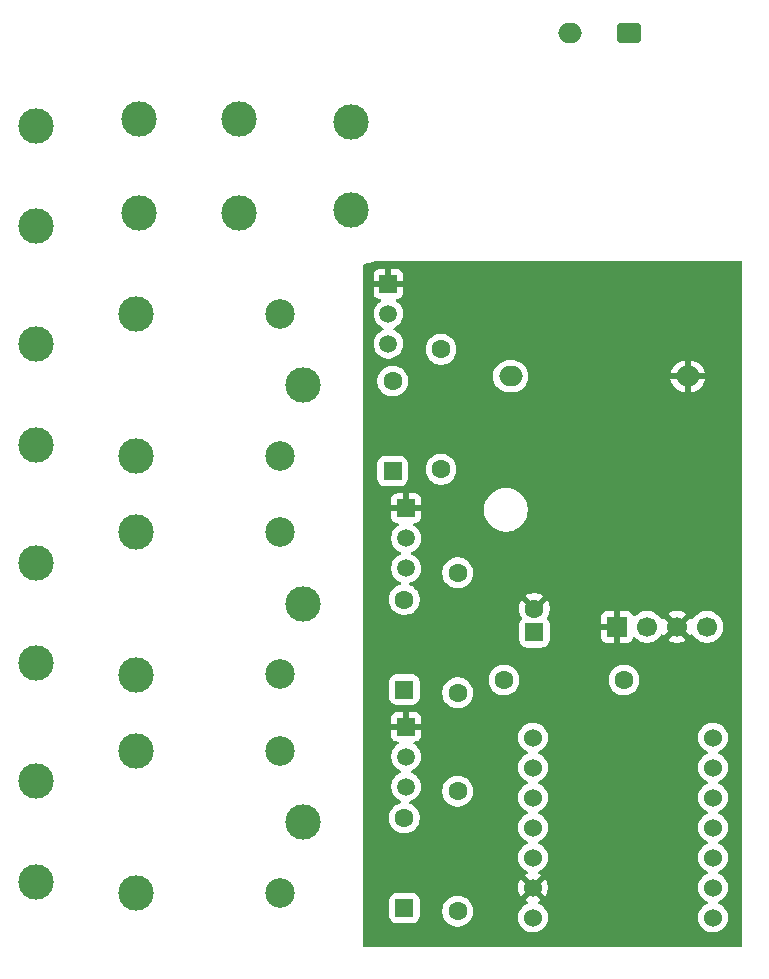
<source format=gbr>
%TF.GenerationSoftware,KiCad,Pcbnew,9.0.5*%
%TF.CreationDate,2025-11-05T07:39:26+01:00*%
%TF.ProjectId,power-sequencer-pcb,706f7765-722d-4736-9571-75656e636572,B*%
%TF.SameCoordinates,Original*%
%TF.FileFunction,Copper,L3,Inr*%
%TF.FilePolarity,Positive*%
%FSLAX46Y46*%
G04 Gerber Fmt 4.6, Leading zero omitted, Abs format (unit mm)*
G04 Created by KiCad (PCBNEW 9.0.5) date 2025-11-05 07:39:26*
%MOMM*%
%LPD*%
G01*
G04 APERTURE LIST*
G04 Aperture macros list*
%AMRoundRect*
0 Rectangle with rounded corners*
0 $1 Rounding radius*
0 $2 $3 $4 $5 $6 $7 $8 $9 X,Y pos of 4 corners*
0 Add a 4 corners polygon primitive as box body*
4,1,4,$2,$3,$4,$5,$6,$7,$8,$9,$2,$3,0*
0 Add four circle primitives for the rounded corners*
1,1,$1+$1,$2,$3*
1,1,$1+$1,$4,$5*
1,1,$1+$1,$6,$7*
1,1,$1+$1,$8,$9*
0 Add four rect primitives between the rounded corners*
20,1,$1+$1,$2,$3,$4,$5,0*
20,1,$1+$1,$4,$5,$6,$7,0*
20,1,$1+$1,$6,$7,$8,$9,0*
20,1,$1+$1,$8,$9,$2,$3,0*%
G04 Aperture macros list end*
%TA.AperFunction,ComponentPad*%
%ADD10C,3.000000*%
%TD*%
%TA.AperFunction,ComponentPad*%
%ADD11C,1.600000*%
%TD*%
%TA.AperFunction,ComponentPad*%
%ADD12RoundRect,0.250000X0.550000X-0.550000X0.550000X0.550000X-0.550000X0.550000X-0.550000X-0.550000X0*%
%TD*%
%TA.AperFunction,ComponentPad*%
%ADD13C,2.500000*%
%TD*%
%TA.AperFunction,ComponentPad*%
%ADD14C,1.524000*%
%TD*%
%TA.AperFunction,ComponentPad*%
%ADD15R,1.500000X1.500000*%
%TD*%
%TA.AperFunction,ComponentPad*%
%ADD16C,1.500000*%
%TD*%
%TA.AperFunction,ComponentPad*%
%ADD17R,1.700000X1.700000*%
%TD*%
%TA.AperFunction,ComponentPad*%
%ADD18C,1.700000*%
%TD*%
%TA.AperFunction,ComponentPad*%
%ADD19RoundRect,0.250000X-0.750000X0.600000X-0.750000X-0.600000X0.750000X-0.600000X0.750000X0.600000X0*%
%TD*%
%TA.AperFunction,ComponentPad*%
%ADD20O,2.000000X1.700000*%
%TD*%
G04 APERTURE END LIST*
D10*
%TO.N,Net-(SW2-A)*%
%TO.C,SW2*%
X103500000Y-69000000D03*
%TO.N,AC_L*%
X103500000Y-77000000D03*
%TD*%
%TO.N,Net-(J1-Pin_1)*%
%TO.C,J1*%
X86307500Y-78095000D03*
%TO.N,AC_N*%
X86307500Y-69595000D03*
%TD*%
%TO.N,Net-(J2-Pin_1)*%
%TO.C,J2*%
X86307500Y-96595000D03*
%TO.N,AC_N*%
X86307500Y-88095000D03*
%TD*%
%TO.N,Net-(J4-Pin_1)*%
%TO.C,J4*%
X86307500Y-133595000D03*
%TO.N,AC_N*%
X86307500Y-125095000D03*
%TD*%
D11*
%TO.N,Net-(Q2-B)*%
%TO.C,R3*%
X122000000Y-107420000D03*
%TO.N,Net-(U1-GPIO4{slash}MISO)*%
X122000000Y-117580000D03*
%TD*%
D12*
%TO.N,+5V*%
%TO.C,D3*%
X117500000Y-135810000D03*
D11*
%TO.N,Net-(D3-A)*%
X117500000Y-128190000D03*
%TD*%
%TO.N,Net-(Q1-B)*%
%TO.C,R2*%
X120595000Y-88515000D03*
%TO.N,Net-(U1-GPIO2{slash}SCK)*%
X120595000Y-98675000D03*
%TD*%
D10*
%TO.N,AC_L*%
%TO.C,K2*%
X108950000Y-110050000D03*
D13*
%TO.N,Net-(D2-A)*%
X107000000Y-104000000D03*
D10*
%TO.N,Net-(J3-Pin_1)*%
X94800000Y-104000000D03*
%TO.N,unconnected-(K2-Pad4)*%
X94750000Y-116050000D03*
D13*
%TO.N,+5V*%
X107000000Y-116000000D03*
%TD*%
D10*
%TO.N,AC_L*%
%TO.C,RV1*%
X113000000Y-76750000D03*
%TO.N,AC_N*%
X113000000Y-69250000D03*
%TD*%
D12*
%TO.N,+5V*%
%TO.C,C1*%
X128500000Y-112455113D03*
D11*
%TO.N,DC_GND*%
X128500000Y-110455113D03*
%TD*%
D14*
%TO.N,unconnected-(U1-GPIO26{slash}ADC0{slash}A0-Pad1)*%
%TO.C,U1*%
X143620000Y-136620000D03*
%TO.N,unconnected-(U1-GPIO27{slash}ADC1{slash}A1-Pad2)*%
X143620000Y-134080000D03*
%TO.N,unconnected-(U1-GPIO28{slash}ADC2{slash}A2-Pad3)*%
X143620000Y-131540000D03*
%TO.N,unconnected-(U1-GPIO29{slash}ADC3{slash}A3-Pad4)*%
X143620000Y-129000000D03*
%TO.N,BUTTON*%
X143620000Y-126460000D03*
%TO.N,LED*%
X143620000Y-123920000D03*
%TO.N,unconnected-(U1-GPIO0{slash}TX-Pad7)*%
X143620000Y-121380000D03*
%TO.N,unconnected-(U1-GPIO1{slash}RX-Pad8)*%
X128380000Y-121380000D03*
%TO.N,Net-(U1-GPIO2{slash}SCK)*%
X128380000Y-123920000D03*
%TO.N,Net-(U1-GPIO4{slash}MISO)*%
X128380000Y-126460000D03*
%TO.N,Net-(U1-GPIO3{slash}MOSI)*%
X128380000Y-129000000D03*
%TO.N,+3V3*%
X128380000Y-131540000D03*
%TO.N,DC_GND*%
X128380000Y-134080000D03*
%TO.N,+5V*%
X128380000Y-136620000D03*
%TD*%
D10*
%TO.N,Net-(J3-Pin_1)*%
%TO.C,J3*%
X86307500Y-115095000D03*
%TO.N,AC_N*%
X86307500Y-106595000D03*
%TD*%
D12*
%TO.N,+5V*%
%TO.C,D2*%
X117500000Y-117310000D03*
D11*
%TO.N,Net-(D2-A)*%
X117500000Y-109690000D03*
%TD*%
D10*
%TO.N,AC_L*%
%TO.C,K3*%
X108950000Y-128550000D03*
D13*
%TO.N,Net-(D3-A)*%
X107000000Y-122500000D03*
D10*
%TO.N,Net-(J4-Pin_1)*%
X94800000Y-122500000D03*
%TO.N,unconnected-(K3-Pad4)*%
X94750000Y-134550000D03*
D13*
%TO.N,+5V*%
X107000000Y-134500000D03*
%TD*%
D11*
%TO.N,Net-(Q3-B)*%
%TO.C,R4*%
X122000000Y-125920000D03*
%TO.N,Net-(U1-GPIO3{slash}MOSI)*%
X122000000Y-136080000D03*
%TD*%
D12*
%TO.N,+5V*%
%TO.C,D1*%
X116500000Y-98810000D03*
D11*
%TO.N,Net-(D1-A)*%
X116500000Y-91190000D03*
%TD*%
D10*
%TO.N,AC_L*%
%TO.C,K1*%
X108950000Y-91550000D03*
D13*
%TO.N,Net-(D1-A)*%
X107000000Y-85500000D03*
D10*
%TO.N,Net-(J2-Pin_1)*%
X94800000Y-85500000D03*
%TO.N,unconnected-(K1-Pad4)*%
X94750000Y-97550000D03*
D13*
%TO.N,+5V*%
X107000000Y-97500000D03*
%TD*%
D15*
%TO.N,DC_GND*%
%TO.C,Q3*%
X117640000Y-120460000D03*
D16*
%TO.N,Net-(Q3-B)*%
X117640000Y-123000000D03*
%TO.N,Net-(D3-A)*%
X117640000Y-125540000D03*
%TD*%
D17*
%TO.N,DC_GND*%
%TO.C,SW1*%
X135500000Y-112000000D03*
D18*
%TO.N,BUTTON*%
X138040000Y-112000000D03*
%TO.N,DC_GND*%
X140580000Y-112000000D03*
%TO.N,LED*%
X143120000Y-112000000D03*
%TD*%
D19*
%TO.N,AC_L*%
%TO.C,PS1*%
X136500000Y-61712500D03*
D20*
%TO.N,AC_N*%
X131500000Y-61712500D03*
%TO.N,DC_GND*%
X141500000Y-90792500D03*
%TO.N,+5V*%
X126500000Y-90792500D03*
%TD*%
D11*
%TO.N,BUTTON*%
%TO.C,R1*%
X136080000Y-116500000D03*
%TO.N,+3V3*%
X125920000Y-116500000D03*
%TD*%
D15*
%TO.N,DC_GND*%
%TO.C,Q1*%
X116140000Y-82960000D03*
D16*
%TO.N,Net-(Q1-B)*%
X116140000Y-85500000D03*
%TO.N,Net-(D1-A)*%
X116140000Y-88040000D03*
%TD*%
D10*
%TO.N,Net-(J1-Pin_1)*%
%TO.C,F1*%
X95000000Y-77000000D03*
%TO.N,Net-(SW2-A)*%
X95000000Y-69000000D03*
%TD*%
D15*
%TO.N,DC_GND*%
%TO.C,Q2*%
X117640000Y-101960000D03*
D16*
%TO.N,Net-(Q2-B)*%
X117640000Y-104500000D03*
%TO.N,Net-(D2-A)*%
X117640000Y-107040000D03*
%TD*%
%TA.AperFunction,Conductor*%
%TO.N,DC_GND*%
G36*
X146037539Y-81019685D02*
G01*
X146083294Y-81072489D01*
X146094500Y-81124000D01*
X146094500Y-138970500D01*
X146074815Y-139037539D01*
X146022011Y-139083294D01*
X145970500Y-139094500D01*
X114124000Y-139094500D01*
X114056961Y-139074815D01*
X114011206Y-139022011D01*
X114000000Y-138970500D01*
X114000000Y-135209983D01*
X116199500Y-135209983D01*
X116199500Y-136410001D01*
X116199501Y-136410018D01*
X116210000Y-136512796D01*
X116210001Y-136512799D01*
X116232012Y-136579223D01*
X116265186Y-136679334D01*
X116357288Y-136828656D01*
X116481344Y-136952712D01*
X116630666Y-137044814D01*
X116797203Y-137099999D01*
X116899991Y-137110500D01*
X118100008Y-137110499D01*
X118202797Y-137099999D01*
X118369334Y-137044814D01*
X118518656Y-136952712D01*
X118642712Y-136828656D01*
X118734814Y-136679334D01*
X118789999Y-136512797D01*
X118800500Y-136410009D01*
X118800499Y-135977648D01*
X120699500Y-135977648D01*
X120699500Y-136182351D01*
X120731522Y-136384534D01*
X120794781Y-136579223D01*
X120887715Y-136761613D01*
X121008028Y-136927213D01*
X121152786Y-137071971D01*
X121307749Y-137184556D01*
X121318390Y-137192287D01*
X121434607Y-137251503D01*
X121500776Y-137285218D01*
X121500778Y-137285218D01*
X121500781Y-137285220D01*
X121605137Y-137319127D01*
X121695465Y-137348477D01*
X121796557Y-137364488D01*
X121897648Y-137380500D01*
X121897649Y-137380500D01*
X122102351Y-137380500D01*
X122102352Y-137380500D01*
X122304534Y-137348477D01*
X122499219Y-137285220D01*
X122681610Y-137192287D01*
X122794181Y-137110500D01*
X122847213Y-137071971D01*
X122847215Y-137071968D01*
X122847219Y-137071966D01*
X122991966Y-136927219D01*
X122991968Y-136927215D01*
X122991971Y-136927213D01*
X123063575Y-136828657D01*
X123112287Y-136761610D01*
X123205220Y-136579219D01*
X123268477Y-136384534D01*
X123300500Y-136182352D01*
X123300500Y-135977648D01*
X123268477Y-135775466D01*
X123205220Y-135580781D01*
X123205218Y-135580778D01*
X123205218Y-135580776D01*
X123143926Y-135460485D01*
X123112287Y-135398390D01*
X123080989Y-135355311D01*
X122991971Y-135232786D01*
X122847213Y-135088028D01*
X122681613Y-134967715D01*
X122681612Y-134967714D01*
X122681610Y-134967713D01*
X122624653Y-134938691D01*
X122499223Y-134874781D01*
X122304534Y-134811522D01*
X122129995Y-134783878D01*
X122102352Y-134779500D01*
X121897648Y-134779500D01*
X121873329Y-134783351D01*
X121695465Y-134811522D01*
X121500776Y-134874781D01*
X121318386Y-134967715D01*
X121152786Y-135088028D01*
X121008028Y-135232786D01*
X120887715Y-135398386D01*
X120794781Y-135580776D01*
X120731522Y-135775465D01*
X120699500Y-135977648D01*
X118800499Y-135977648D01*
X118800499Y-135797536D01*
X118800499Y-135209998D01*
X118800498Y-135209981D01*
X118789999Y-135107203D01*
X118789998Y-135107200D01*
X118743777Y-134967715D01*
X118734814Y-134940666D01*
X118642712Y-134791344D01*
X118518656Y-134667288D01*
X118369334Y-134575186D01*
X118202797Y-134520001D01*
X118202795Y-134520000D01*
X118100010Y-134509500D01*
X116899998Y-134509500D01*
X116899981Y-134509501D01*
X116797203Y-134520000D01*
X116797200Y-134520001D01*
X116630668Y-134575185D01*
X116630663Y-134575187D01*
X116481342Y-134667289D01*
X116357289Y-134791342D01*
X116265187Y-134940663D01*
X116265186Y-134940666D01*
X116210001Y-135107203D01*
X116210001Y-135107204D01*
X116210000Y-135107204D01*
X116199500Y-135209983D01*
X114000000Y-135209983D01*
X114000000Y-128087648D01*
X116199500Y-128087648D01*
X116199500Y-128292351D01*
X116231522Y-128494534D01*
X116294781Y-128689223D01*
X116387715Y-128871613D01*
X116508028Y-129037213D01*
X116652786Y-129181971D01*
X116807749Y-129294556D01*
X116818390Y-129302287D01*
X116934607Y-129361503D01*
X117000776Y-129395218D01*
X117000778Y-129395218D01*
X117000781Y-129395220D01*
X117105137Y-129429127D01*
X117195465Y-129458477D01*
X117296557Y-129474488D01*
X117397648Y-129490500D01*
X117397649Y-129490500D01*
X117602351Y-129490500D01*
X117602352Y-129490500D01*
X117804534Y-129458477D01*
X117999219Y-129395220D01*
X118181610Y-129302287D01*
X118274590Y-129234732D01*
X118347213Y-129181971D01*
X118347215Y-129181968D01*
X118347219Y-129181966D01*
X118491966Y-129037219D01*
X118491968Y-129037215D01*
X118491971Y-129037213D01*
X118591196Y-128900639D01*
X118612287Y-128871610D01*
X118705220Y-128689219D01*
X118768477Y-128494534D01*
X118800500Y-128292352D01*
X118800500Y-128087648D01*
X118792481Y-128037019D01*
X118768477Y-127885465D01*
X118720400Y-127737500D01*
X118705220Y-127690781D01*
X118705218Y-127690778D01*
X118705218Y-127690776D01*
X118668908Y-127619515D01*
X118612287Y-127508390D01*
X118604556Y-127497749D01*
X118491971Y-127342786D01*
X118347213Y-127198028D01*
X118181613Y-127077715D01*
X118181612Y-127077714D01*
X118181610Y-127077713D01*
X118092451Y-127032284D01*
X117999220Y-126984780D01*
X117982625Y-126979388D01*
X117924951Y-126939949D01*
X117897754Y-126875590D01*
X117909670Y-126806744D01*
X117956915Y-126755269D01*
X117982626Y-126743527D01*
X118120025Y-126698884D01*
X118295405Y-126609524D01*
X118454646Y-126493828D01*
X118593828Y-126354646D01*
X118709524Y-126195405D01*
X118798884Y-126020025D01*
X118859709Y-125832826D01*
X118862113Y-125817648D01*
X120699500Y-125817648D01*
X120699500Y-126022351D01*
X120731522Y-126224534D01*
X120794781Y-126419223D01*
X120887715Y-126601613D01*
X121008028Y-126767213D01*
X121152786Y-126911971D01*
X121307749Y-127024556D01*
X121318390Y-127032287D01*
X121434607Y-127091503D01*
X121500776Y-127125218D01*
X121500778Y-127125218D01*
X121500781Y-127125220D01*
X121605137Y-127159127D01*
X121695465Y-127188477D01*
X121796557Y-127204488D01*
X121897648Y-127220500D01*
X121897649Y-127220500D01*
X122102351Y-127220500D01*
X122102352Y-127220500D01*
X122304534Y-127188477D01*
X122499219Y-127125220D01*
X122681610Y-127032287D01*
X122802262Y-126944629D01*
X122847213Y-126911971D01*
X122847215Y-126911968D01*
X122847219Y-126911966D01*
X122991966Y-126767219D01*
X122991968Y-126767215D01*
X122991971Y-126767213D01*
X123044732Y-126694590D01*
X123112287Y-126601610D01*
X123205220Y-126419219D01*
X123268477Y-126224534D01*
X123300500Y-126022352D01*
X123300500Y-125817648D01*
X123268477Y-125615466D01*
X123205220Y-125420781D01*
X123205218Y-125420778D01*
X123205218Y-125420776D01*
X123138581Y-125289995D01*
X123112287Y-125238390D01*
X123080989Y-125195311D01*
X122991971Y-125072786D01*
X122847213Y-124928028D01*
X122681613Y-124807715D01*
X122681612Y-124807714D01*
X122681610Y-124807713D01*
X122624653Y-124778691D01*
X122499223Y-124714781D01*
X122304534Y-124651522D01*
X122129995Y-124623878D01*
X122102352Y-124619500D01*
X121897648Y-124619500D01*
X121873329Y-124623351D01*
X121695465Y-124651522D01*
X121500776Y-124714781D01*
X121318386Y-124807715D01*
X121152786Y-124928028D01*
X121008028Y-125072786D01*
X120887715Y-125238386D01*
X120794781Y-125420776D01*
X120731522Y-125615465D01*
X120699500Y-125817648D01*
X118862113Y-125817648D01*
X118865957Y-125793378D01*
X118890500Y-125638422D01*
X118890500Y-125441577D01*
X118859709Y-125247173D01*
X118820821Y-125127490D01*
X118798884Y-125059975D01*
X118798882Y-125059972D01*
X118798882Y-125059970D01*
X118709523Y-124884594D01*
X118708349Y-124882978D01*
X118593828Y-124725354D01*
X118454646Y-124586172D01*
X118375025Y-124528324D01*
X118295403Y-124470474D01*
X118118787Y-124380485D01*
X118067990Y-124332511D01*
X118051195Y-124264690D01*
X118073732Y-124198555D01*
X118118787Y-124159515D01*
X118295403Y-124069525D01*
X118295402Y-124069525D01*
X118295405Y-124069524D01*
X118454646Y-123953828D01*
X118593828Y-123814646D01*
X118709524Y-123655405D01*
X118798884Y-123480025D01*
X118859709Y-123292826D01*
X118890500Y-123098422D01*
X118890500Y-122901577D01*
X118859709Y-122707173D01*
X118820821Y-122587490D01*
X118798884Y-122519975D01*
X118798882Y-122519972D01*
X118798882Y-122519970D01*
X118709523Y-122344594D01*
X118708349Y-122342978D01*
X118593828Y-122185354D01*
X118454646Y-122046172D01*
X118300692Y-121934317D01*
X118258028Y-121878988D01*
X118252049Y-121809374D01*
X118284655Y-121747579D01*
X118345494Y-121713222D01*
X118373579Y-121710000D01*
X118437828Y-121710000D01*
X118437844Y-121709999D01*
X118497372Y-121703598D01*
X118497379Y-121703596D01*
X118632086Y-121653354D01*
X118632093Y-121653350D01*
X118747187Y-121567190D01*
X118747190Y-121567187D01*
X118833350Y-121452093D01*
X118833354Y-121452086D01*
X118883596Y-121317379D01*
X118883598Y-121317373D01*
X118887548Y-121280639D01*
X127117500Y-121280639D01*
X127117500Y-121479360D01*
X127148587Y-121675637D01*
X127209993Y-121864629D01*
X127209994Y-121864632D01*
X127300213Y-122041694D01*
X127417019Y-122202464D01*
X127557536Y-122342981D01*
X127718306Y-122459787D01*
X127836421Y-122519970D01*
X127874780Y-122539515D01*
X127925576Y-122587490D01*
X127942371Y-122655311D01*
X127919833Y-122721446D01*
X127874780Y-122760485D01*
X127718305Y-122840213D01*
X127557533Y-122957021D01*
X127417021Y-123097533D01*
X127300213Y-123258305D01*
X127209994Y-123435367D01*
X127209993Y-123435370D01*
X127148587Y-123624362D01*
X127117500Y-123820639D01*
X127117500Y-124019360D01*
X127148587Y-124215637D01*
X127209993Y-124404629D01*
X127209994Y-124404632D01*
X127243543Y-124470474D01*
X127300213Y-124581694D01*
X127417019Y-124742464D01*
X127557536Y-124882981D01*
X127718306Y-124999787D01*
X127836421Y-125059970D01*
X127874780Y-125079515D01*
X127925576Y-125127490D01*
X127942371Y-125195311D01*
X127919833Y-125261446D01*
X127874780Y-125300485D01*
X127718305Y-125380213D01*
X127557533Y-125497021D01*
X127417021Y-125637533D01*
X127300213Y-125798305D01*
X127209994Y-125975367D01*
X127209993Y-125975370D01*
X127148587Y-126164362D01*
X127117500Y-126360639D01*
X127117500Y-126559360D01*
X127148587Y-126755637D01*
X127209993Y-126944629D01*
X127209994Y-126944632D01*
X127277803Y-127077713D01*
X127300213Y-127121694D01*
X127417019Y-127282464D01*
X127557536Y-127422981D01*
X127718306Y-127539787D01*
X127836832Y-127600179D01*
X127874780Y-127619515D01*
X127925576Y-127667490D01*
X127942371Y-127735311D01*
X127919833Y-127801446D01*
X127874780Y-127840485D01*
X127718305Y-127920213D01*
X127557533Y-128037021D01*
X127417021Y-128177533D01*
X127300213Y-128338305D01*
X127209994Y-128515367D01*
X127209993Y-128515370D01*
X127148587Y-128704362D01*
X127117500Y-128900639D01*
X127117500Y-129099360D01*
X127148587Y-129295637D01*
X127209993Y-129484629D01*
X127209994Y-129484632D01*
X127300213Y-129661694D01*
X127417019Y-129822464D01*
X127557536Y-129962981D01*
X127718306Y-130079787D01*
X127836832Y-130140179D01*
X127874780Y-130159515D01*
X127925576Y-130207490D01*
X127942371Y-130275311D01*
X127919833Y-130341446D01*
X127874780Y-130380485D01*
X127718305Y-130460213D01*
X127557533Y-130577021D01*
X127417021Y-130717533D01*
X127300213Y-130878305D01*
X127209994Y-131055367D01*
X127209993Y-131055370D01*
X127148587Y-131244362D01*
X127117500Y-131440639D01*
X127117500Y-131639360D01*
X127148587Y-131835637D01*
X127209993Y-132024629D01*
X127209994Y-132024632D01*
X127300213Y-132201694D01*
X127417019Y-132362464D01*
X127557536Y-132502981D01*
X127718306Y-132619787D01*
X127875332Y-132699796D01*
X127926127Y-132747769D01*
X127942922Y-132815590D01*
X127920385Y-132881725D01*
X127875332Y-132920764D01*
X127718566Y-133000641D01*
X127681283Y-133027729D01*
X127681282Y-133027730D01*
X128295906Y-133642352D01*
X128208429Y-133665792D01*
X128107070Y-133724311D01*
X128024311Y-133807070D01*
X127965792Y-133908429D01*
X127942352Y-133995905D01*
X127327730Y-133381282D01*
X127327729Y-133381283D01*
X127300643Y-133418564D01*
X127210457Y-133595562D01*
X127149075Y-133784476D01*
X127149075Y-133784479D01*
X127118000Y-133980678D01*
X127118000Y-134179321D01*
X127149075Y-134375520D01*
X127149075Y-134375523D01*
X127210457Y-134564437D01*
X127300641Y-134741432D01*
X127327730Y-134778715D01*
X127327731Y-134778716D01*
X127942352Y-134164094D01*
X127965792Y-134251571D01*
X128024311Y-134352930D01*
X128107070Y-134435689D01*
X128208429Y-134494208D01*
X128295905Y-134517647D01*
X127681283Y-135132268D01*
X127681283Y-135132269D01*
X127718567Y-135159358D01*
X127875331Y-135239234D01*
X127926127Y-135287209D01*
X127942922Y-135355030D01*
X127920384Y-135421165D01*
X127875331Y-135460204D01*
X127718305Y-135540213D01*
X127557533Y-135657021D01*
X127417021Y-135797533D01*
X127300213Y-135958305D01*
X127209994Y-136135367D01*
X127209993Y-136135370D01*
X127148587Y-136324362D01*
X127117500Y-136520639D01*
X127117500Y-136719360D01*
X127148587Y-136915637D01*
X127209993Y-137104629D01*
X127209994Y-137104632D01*
X127300213Y-137281694D01*
X127417019Y-137442464D01*
X127557536Y-137582981D01*
X127718306Y-137699787D01*
X127805149Y-137744035D01*
X127895367Y-137790005D01*
X127895370Y-137790006D01*
X127989866Y-137820709D01*
X128084364Y-137851413D01*
X128280639Y-137882500D01*
X128280640Y-137882500D01*
X128479360Y-137882500D01*
X128479361Y-137882500D01*
X128675636Y-137851413D01*
X128864632Y-137790005D01*
X129041694Y-137699787D01*
X129202464Y-137582981D01*
X129342981Y-137442464D01*
X129459787Y-137281694D01*
X129550005Y-137104632D01*
X129611413Y-136915636D01*
X129642500Y-136719361D01*
X129642500Y-136520639D01*
X129611413Y-136324364D01*
X129550005Y-136135368D01*
X129550005Y-136135367D01*
X129469642Y-135977648D01*
X129459787Y-135958306D01*
X129342981Y-135797536D01*
X129202464Y-135657019D01*
X129041694Y-135540213D01*
X128884667Y-135460203D01*
X128833872Y-135412229D01*
X128817077Y-135344408D01*
X128839614Y-135278273D01*
X128884669Y-135239234D01*
X129041422Y-135159364D01*
X129078716Y-135132268D01*
X128464095Y-134517647D01*
X128551571Y-134494208D01*
X128652930Y-134435689D01*
X128735689Y-134352930D01*
X128794208Y-134251571D01*
X128817647Y-134164094D01*
X129432268Y-134778715D01*
X129459362Y-134741425D01*
X129549542Y-134564437D01*
X129610924Y-134375523D01*
X129610924Y-134375520D01*
X129642000Y-134179321D01*
X129642000Y-133980678D01*
X129610924Y-133784479D01*
X129610924Y-133784476D01*
X129549542Y-133595562D01*
X129459358Y-133418567D01*
X129432268Y-133381283D01*
X128817647Y-133995904D01*
X128794208Y-133908429D01*
X128735689Y-133807070D01*
X128652930Y-133724311D01*
X128551571Y-133665792D01*
X128464094Y-133642352D01*
X129078716Y-133027731D01*
X129078715Y-133027730D01*
X129041432Y-133000641D01*
X128884668Y-132920765D01*
X128833872Y-132872790D01*
X128817077Y-132804969D01*
X128839615Y-132738834D01*
X128884667Y-132699796D01*
X129041694Y-132619787D01*
X129202464Y-132502981D01*
X129342981Y-132362464D01*
X129459787Y-132201694D01*
X129550005Y-132024632D01*
X129611413Y-131835636D01*
X129642500Y-131639361D01*
X129642500Y-131440639D01*
X129611413Y-131244364D01*
X129550005Y-131055368D01*
X129550005Y-131055367D01*
X129459786Y-130878305D01*
X129342981Y-130717536D01*
X129202464Y-130577019D01*
X129041694Y-130460213D01*
X128885218Y-130380484D01*
X128834423Y-130332510D01*
X128817628Y-130264689D01*
X128840165Y-130198554D01*
X128885218Y-130159515D01*
X129041694Y-130079787D01*
X129202464Y-129962981D01*
X129342981Y-129822464D01*
X129459787Y-129661694D01*
X129550005Y-129484632D01*
X129611413Y-129295636D01*
X129642500Y-129099361D01*
X129642500Y-128900639D01*
X129611413Y-128704364D01*
X129550005Y-128515368D01*
X129550005Y-128515367D01*
X129459786Y-128338305D01*
X129342981Y-128177536D01*
X129202464Y-128037019D01*
X129041694Y-127920213D01*
X128885218Y-127840484D01*
X128834423Y-127792510D01*
X128817628Y-127724689D01*
X128840165Y-127658554D01*
X128885218Y-127619515D01*
X129041694Y-127539787D01*
X129202464Y-127422981D01*
X129342981Y-127282464D01*
X129459787Y-127121694D01*
X129550005Y-126944632D01*
X129611413Y-126755636D01*
X129642500Y-126559361D01*
X129642500Y-126360639D01*
X129611413Y-126164364D01*
X129550005Y-125975368D01*
X129550005Y-125975367D01*
X129459786Y-125798305D01*
X129342981Y-125637536D01*
X129202464Y-125497019D01*
X129041694Y-125380213D01*
X128885218Y-125300484D01*
X128834423Y-125252510D01*
X128817628Y-125184689D01*
X128840165Y-125118554D01*
X128885218Y-125079515D01*
X129041694Y-124999787D01*
X129202464Y-124882981D01*
X129342981Y-124742464D01*
X129459787Y-124581694D01*
X129550005Y-124404632D01*
X129611413Y-124215636D01*
X129642500Y-124019361D01*
X129642500Y-123820639D01*
X129611413Y-123624364D01*
X129550005Y-123435368D01*
X129550005Y-123435367D01*
X129459786Y-123258305D01*
X129342981Y-123097536D01*
X129202464Y-122957019D01*
X129041694Y-122840213D01*
X128885218Y-122760484D01*
X128834423Y-122712510D01*
X128817628Y-122644689D01*
X128840165Y-122578554D01*
X128885218Y-122539515D01*
X129041694Y-122459787D01*
X129202464Y-122342981D01*
X129342981Y-122202464D01*
X129459787Y-122041694D01*
X129550005Y-121864632D01*
X129611413Y-121675636D01*
X129642500Y-121479361D01*
X129642500Y-121280639D01*
X142357500Y-121280639D01*
X142357500Y-121479360D01*
X142388587Y-121675637D01*
X142449993Y-121864629D01*
X142449994Y-121864632D01*
X142540213Y-122041694D01*
X142657019Y-122202464D01*
X142797536Y-122342981D01*
X142958306Y-122459787D01*
X143076421Y-122519970D01*
X143114780Y-122539515D01*
X143165576Y-122587490D01*
X143182371Y-122655311D01*
X143159833Y-122721446D01*
X143114780Y-122760485D01*
X142958305Y-122840213D01*
X142797533Y-122957021D01*
X142657021Y-123097533D01*
X142540213Y-123258305D01*
X142449994Y-123435367D01*
X142449993Y-123435370D01*
X142388587Y-123624362D01*
X142357500Y-123820639D01*
X142357500Y-124019360D01*
X142388587Y-124215637D01*
X142449993Y-124404629D01*
X142449994Y-124404632D01*
X142483543Y-124470474D01*
X142540213Y-124581694D01*
X142657019Y-124742464D01*
X142797536Y-124882981D01*
X142958306Y-124999787D01*
X143076421Y-125059970D01*
X143114780Y-125079515D01*
X143165576Y-125127490D01*
X143182371Y-125195311D01*
X143159833Y-125261446D01*
X143114780Y-125300485D01*
X142958305Y-125380213D01*
X142797533Y-125497021D01*
X142657021Y-125637533D01*
X142540213Y-125798305D01*
X142449994Y-125975367D01*
X142449993Y-125975370D01*
X142388587Y-126164362D01*
X142357500Y-126360639D01*
X142357500Y-126559360D01*
X142388587Y-126755637D01*
X142449993Y-126944629D01*
X142449994Y-126944632D01*
X142517803Y-127077713D01*
X142540213Y-127121694D01*
X142657019Y-127282464D01*
X142797536Y-127422981D01*
X142958306Y-127539787D01*
X143076832Y-127600179D01*
X143114780Y-127619515D01*
X143165576Y-127667490D01*
X143182371Y-127735311D01*
X143159833Y-127801446D01*
X143114780Y-127840485D01*
X142958305Y-127920213D01*
X142797533Y-128037021D01*
X142657021Y-128177533D01*
X142540213Y-128338305D01*
X142449994Y-128515367D01*
X142449993Y-128515370D01*
X142388587Y-128704362D01*
X142357500Y-128900639D01*
X142357500Y-129099360D01*
X142388587Y-129295637D01*
X142449993Y-129484629D01*
X142449994Y-129484632D01*
X142540213Y-129661694D01*
X142657019Y-129822464D01*
X142797536Y-129962981D01*
X142958306Y-130079787D01*
X143076832Y-130140179D01*
X143114780Y-130159515D01*
X143165576Y-130207490D01*
X143182371Y-130275311D01*
X143159833Y-130341446D01*
X143114780Y-130380485D01*
X142958305Y-130460213D01*
X142797533Y-130577021D01*
X142657021Y-130717533D01*
X142540213Y-130878305D01*
X142449994Y-131055367D01*
X142449993Y-131055370D01*
X142388587Y-131244362D01*
X142357500Y-131440639D01*
X142357500Y-131639360D01*
X142388587Y-131835637D01*
X142449993Y-132024629D01*
X142449994Y-132024632D01*
X142540213Y-132201694D01*
X142657019Y-132362464D01*
X142797536Y-132502981D01*
X142958306Y-132619787D01*
X143076832Y-132680179D01*
X143114780Y-132699515D01*
X143165576Y-132747490D01*
X143182371Y-132815311D01*
X143159833Y-132881446D01*
X143114780Y-132920485D01*
X142958305Y-133000213D01*
X142797533Y-133117021D01*
X142657021Y-133257533D01*
X142540213Y-133418305D01*
X142449994Y-133595367D01*
X142449993Y-133595370D01*
X142388587Y-133784362D01*
X142357500Y-133980639D01*
X142357500Y-134179360D01*
X142388587Y-134375637D01*
X142449993Y-134564629D01*
X142449994Y-134564632D01*
X142540076Y-134741425D01*
X142540213Y-134741694D01*
X142657019Y-134902464D01*
X142797536Y-135042981D01*
X142958306Y-135159787D01*
X143056850Y-135209998D01*
X143114780Y-135239515D01*
X143165576Y-135287490D01*
X143182371Y-135355311D01*
X143159833Y-135421446D01*
X143114780Y-135460485D01*
X142958305Y-135540213D01*
X142797533Y-135657021D01*
X142657021Y-135797533D01*
X142540213Y-135958305D01*
X142449994Y-136135367D01*
X142449993Y-136135370D01*
X142388587Y-136324362D01*
X142357500Y-136520639D01*
X142357500Y-136719360D01*
X142388587Y-136915637D01*
X142449993Y-137104629D01*
X142449994Y-137104632D01*
X142540213Y-137281694D01*
X142657019Y-137442464D01*
X142797536Y-137582981D01*
X142958306Y-137699787D01*
X143045149Y-137744035D01*
X143135367Y-137790005D01*
X143135370Y-137790006D01*
X143229866Y-137820709D01*
X143324364Y-137851413D01*
X143520639Y-137882500D01*
X143520640Y-137882500D01*
X143719360Y-137882500D01*
X143719361Y-137882500D01*
X143915636Y-137851413D01*
X144104632Y-137790005D01*
X144281694Y-137699787D01*
X144442464Y-137582981D01*
X144582981Y-137442464D01*
X144699787Y-137281694D01*
X144790005Y-137104632D01*
X144851413Y-136915636D01*
X144882500Y-136719361D01*
X144882500Y-136520639D01*
X144851413Y-136324364D01*
X144790005Y-136135368D01*
X144790005Y-136135367D01*
X144709642Y-135977648D01*
X144699787Y-135958306D01*
X144582981Y-135797536D01*
X144442464Y-135657019D01*
X144281694Y-135540213D01*
X144125218Y-135460484D01*
X144074423Y-135412510D01*
X144057628Y-135344689D01*
X144080165Y-135278554D01*
X144125218Y-135239515D01*
X144281694Y-135159787D01*
X144442464Y-135042981D01*
X144582981Y-134902464D01*
X144699787Y-134741694D01*
X144790005Y-134564632D01*
X144851413Y-134375636D01*
X144882500Y-134179361D01*
X144882500Y-133980639D01*
X144851413Y-133784364D01*
X144790005Y-133595368D01*
X144790005Y-133595367D01*
X144744035Y-133505149D01*
X144699787Y-133418306D01*
X144582981Y-133257536D01*
X144442464Y-133117019D01*
X144281694Y-133000213D01*
X144125218Y-132920484D01*
X144074423Y-132872510D01*
X144057628Y-132804689D01*
X144080165Y-132738554D01*
X144125218Y-132699515D01*
X144281694Y-132619787D01*
X144442464Y-132502981D01*
X144582981Y-132362464D01*
X144699787Y-132201694D01*
X144790005Y-132024632D01*
X144851413Y-131835636D01*
X144882500Y-131639361D01*
X144882500Y-131440639D01*
X144851413Y-131244364D01*
X144790005Y-131055368D01*
X144790005Y-131055367D01*
X144699786Y-130878305D01*
X144582981Y-130717536D01*
X144442464Y-130577019D01*
X144281694Y-130460213D01*
X144125218Y-130380484D01*
X144074423Y-130332510D01*
X144057628Y-130264689D01*
X144080165Y-130198554D01*
X144125218Y-130159515D01*
X144281694Y-130079787D01*
X144442464Y-129962981D01*
X144582981Y-129822464D01*
X144699787Y-129661694D01*
X144790005Y-129484632D01*
X144851413Y-129295636D01*
X144882500Y-129099361D01*
X144882500Y-128900639D01*
X144851413Y-128704364D01*
X144790005Y-128515368D01*
X144790005Y-128515367D01*
X144699786Y-128338305D01*
X144582981Y-128177536D01*
X144442464Y-128037019D01*
X144281694Y-127920213D01*
X144125218Y-127840484D01*
X144074423Y-127792510D01*
X144057628Y-127724689D01*
X144080165Y-127658554D01*
X144125218Y-127619515D01*
X144281694Y-127539787D01*
X144442464Y-127422981D01*
X144582981Y-127282464D01*
X144699787Y-127121694D01*
X144790005Y-126944632D01*
X144851413Y-126755636D01*
X144882500Y-126559361D01*
X144882500Y-126360639D01*
X144851413Y-126164364D01*
X144790005Y-125975368D01*
X144790005Y-125975367D01*
X144699786Y-125798305D01*
X144582981Y-125637536D01*
X144442464Y-125497019D01*
X144281694Y-125380213D01*
X144125218Y-125300484D01*
X144074423Y-125252510D01*
X144057628Y-125184689D01*
X144080165Y-125118554D01*
X144125218Y-125079515D01*
X144281694Y-124999787D01*
X144442464Y-124882981D01*
X144582981Y-124742464D01*
X144699787Y-124581694D01*
X144790005Y-124404632D01*
X144851413Y-124215636D01*
X144882500Y-124019361D01*
X144882500Y-123820639D01*
X144851413Y-123624364D01*
X144790005Y-123435368D01*
X144790005Y-123435367D01*
X144699786Y-123258305D01*
X144582981Y-123097536D01*
X144442464Y-122957019D01*
X144281694Y-122840213D01*
X144125218Y-122760484D01*
X144074423Y-122712510D01*
X144057628Y-122644689D01*
X144080165Y-122578554D01*
X144125218Y-122539515D01*
X144281694Y-122459787D01*
X144442464Y-122342981D01*
X144582981Y-122202464D01*
X144699787Y-122041694D01*
X144790005Y-121864632D01*
X144851413Y-121675636D01*
X144882500Y-121479361D01*
X144882500Y-121280639D01*
X144851413Y-121084364D01*
X144790005Y-120895368D01*
X144790005Y-120895367D01*
X144744035Y-120805149D01*
X144699787Y-120718306D01*
X144582981Y-120557536D01*
X144442464Y-120417019D01*
X144281694Y-120300213D01*
X144104632Y-120209994D01*
X144104629Y-120209993D01*
X143915637Y-120148587D01*
X143817498Y-120133043D01*
X143719361Y-120117500D01*
X143520639Y-120117500D01*
X143455214Y-120127862D01*
X143324362Y-120148587D01*
X143135370Y-120209993D01*
X143135367Y-120209994D01*
X142958305Y-120300213D01*
X142797533Y-120417021D01*
X142657021Y-120557533D01*
X142540213Y-120718305D01*
X142449994Y-120895367D01*
X142449993Y-120895370D01*
X142388587Y-121084362D01*
X142357500Y-121280639D01*
X129642500Y-121280639D01*
X129611413Y-121084364D01*
X129550005Y-120895368D01*
X129550005Y-120895367D01*
X129504035Y-120805149D01*
X129459787Y-120718306D01*
X129342981Y-120557536D01*
X129202464Y-120417019D01*
X129041694Y-120300213D01*
X128864632Y-120209994D01*
X128864629Y-120209993D01*
X128675637Y-120148587D01*
X128577498Y-120133043D01*
X128479361Y-120117500D01*
X128280639Y-120117500D01*
X128215214Y-120127862D01*
X128084362Y-120148587D01*
X127895370Y-120209993D01*
X127895367Y-120209994D01*
X127718305Y-120300213D01*
X127557533Y-120417021D01*
X127417021Y-120557533D01*
X127300213Y-120718305D01*
X127209994Y-120895367D01*
X127209993Y-120895370D01*
X127148587Y-121084362D01*
X127117500Y-121280639D01*
X118887548Y-121280639D01*
X118889497Y-121262511D01*
X118889497Y-121262506D01*
X118889999Y-121257831D01*
X118890000Y-121257827D01*
X118890000Y-120710000D01*
X117955686Y-120710000D01*
X117960080Y-120705606D01*
X118012741Y-120614394D01*
X118040000Y-120512661D01*
X118040000Y-120407339D01*
X118012741Y-120305606D01*
X117960080Y-120214394D01*
X117955686Y-120210000D01*
X118890000Y-120210000D01*
X118890000Y-119662172D01*
X118889999Y-119662155D01*
X118883598Y-119602627D01*
X118883596Y-119602620D01*
X118833354Y-119467913D01*
X118833350Y-119467906D01*
X118747190Y-119352812D01*
X118747187Y-119352809D01*
X118632093Y-119266649D01*
X118632086Y-119266645D01*
X118497379Y-119216403D01*
X118497372Y-119216401D01*
X118437844Y-119210000D01*
X117890000Y-119210000D01*
X117890000Y-120144314D01*
X117885606Y-120139920D01*
X117794394Y-120087259D01*
X117692661Y-120060000D01*
X117587339Y-120060000D01*
X117485606Y-120087259D01*
X117394394Y-120139920D01*
X117390000Y-120144314D01*
X117390000Y-119210000D01*
X116842155Y-119210000D01*
X116782627Y-119216401D01*
X116782620Y-119216403D01*
X116647913Y-119266645D01*
X116647906Y-119266649D01*
X116532812Y-119352809D01*
X116532809Y-119352812D01*
X116446649Y-119467906D01*
X116446645Y-119467913D01*
X116396403Y-119602620D01*
X116396401Y-119602627D01*
X116390000Y-119662155D01*
X116390000Y-120210000D01*
X117324314Y-120210000D01*
X117319920Y-120214394D01*
X117267259Y-120305606D01*
X117240000Y-120407339D01*
X117240000Y-120512661D01*
X117267259Y-120614394D01*
X117319920Y-120705606D01*
X117324314Y-120710000D01*
X116390000Y-120710000D01*
X116390000Y-121257844D01*
X116396401Y-121317372D01*
X116396403Y-121317379D01*
X116446645Y-121452086D01*
X116446649Y-121452093D01*
X116532809Y-121567187D01*
X116532812Y-121567190D01*
X116647906Y-121653350D01*
X116647913Y-121653354D01*
X116782620Y-121703596D01*
X116782627Y-121703598D01*
X116842155Y-121709999D01*
X116842172Y-121710000D01*
X116906421Y-121710000D01*
X116973460Y-121729685D01*
X117019215Y-121782489D01*
X117029159Y-121851647D01*
X117000134Y-121915203D01*
X116979307Y-121934317D01*
X116825354Y-122046172D01*
X116825352Y-122046174D01*
X116825351Y-122046174D01*
X116686174Y-122185351D01*
X116686174Y-122185352D01*
X116686172Y-122185354D01*
X116636485Y-122253741D01*
X116570476Y-122344594D01*
X116481117Y-122519970D01*
X116420290Y-122707173D01*
X116389500Y-122901577D01*
X116389500Y-123098422D01*
X116420290Y-123292826D01*
X116481117Y-123480029D01*
X116554659Y-123624362D01*
X116570476Y-123655405D01*
X116686172Y-123814646D01*
X116825354Y-123953828D01*
X116984595Y-124069524D01*
X117107992Y-124132397D01*
X117161213Y-124159515D01*
X117212009Y-124207489D01*
X117228804Y-124275310D01*
X117206267Y-124341445D01*
X117161213Y-124380485D01*
X116984594Y-124470476D01*
X116893741Y-124536485D01*
X116825354Y-124586172D01*
X116825352Y-124586174D01*
X116825351Y-124586174D01*
X116686174Y-124725351D01*
X116686174Y-124725352D01*
X116686172Y-124725354D01*
X116636485Y-124793741D01*
X116570476Y-124884594D01*
X116481117Y-125059970D01*
X116420290Y-125247173D01*
X116389500Y-125441577D01*
X116389500Y-125638422D01*
X116420290Y-125832826D01*
X116481117Y-126020029D01*
X116554659Y-126164362D01*
X116570476Y-126195405D01*
X116686172Y-126354646D01*
X116825354Y-126493828D01*
X116984595Y-126609524D01*
X117159975Y-126698884D01*
X117159979Y-126698885D01*
X117164468Y-126700745D01*
X117163771Y-126702426D01*
X117215016Y-126737435D01*
X117242240Y-126801783D01*
X117230354Y-126870634D01*
X117183130Y-126922129D01*
X117157373Y-126933899D01*
X117000777Y-126984781D01*
X116818386Y-127077715D01*
X116652786Y-127198028D01*
X116508028Y-127342786D01*
X116387715Y-127508386D01*
X116294781Y-127690776D01*
X116231522Y-127885465D01*
X116199500Y-128087648D01*
X114000000Y-128087648D01*
X114000000Y-116709983D01*
X116199500Y-116709983D01*
X116199500Y-117910001D01*
X116199501Y-117910018D01*
X116210000Y-118012796D01*
X116210001Y-118012799D01*
X116232011Y-118079219D01*
X116265186Y-118179334D01*
X116357288Y-118328656D01*
X116481344Y-118452712D01*
X116630666Y-118544814D01*
X116797203Y-118599999D01*
X116899991Y-118610500D01*
X118100008Y-118610499D01*
X118202797Y-118599999D01*
X118369334Y-118544814D01*
X118518656Y-118452712D01*
X118642712Y-118328656D01*
X118734814Y-118179334D01*
X118789999Y-118012797D01*
X118800500Y-117910009D01*
X118800499Y-117477648D01*
X120699500Y-117477648D01*
X120699500Y-117682351D01*
X120731522Y-117884534D01*
X120794781Y-118079223D01*
X120887715Y-118261613D01*
X121008028Y-118427213D01*
X121152786Y-118571971D01*
X121307749Y-118684556D01*
X121318390Y-118692287D01*
X121434607Y-118751503D01*
X121500776Y-118785218D01*
X121500778Y-118785218D01*
X121500781Y-118785220D01*
X121605137Y-118819127D01*
X121695465Y-118848477D01*
X121796557Y-118864488D01*
X121897648Y-118880500D01*
X121897649Y-118880500D01*
X122102351Y-118880500D01*
X122102352Y-118880500D01*
X122304534Y-118848477D01*
X122499219Y-118785220D01*
X122681610Y-118692287D01*
X122794181Y-118610500D01*
X122847213Y-118571971D01*
X122847215Y-118571968D01*
X122847219Y-118571966D01*
X122991966Y-118427219D01*
X122991968Y-118427215D01*
X122991971Y-118427213D01*
X123063575Y-118328657D01*
X123112287Y-118261610D01*
X123205220Y-118079219D01*
X123268477Y-117884534D01*
X123300500Y-117682352D01*
X123300500Y-117477648D01*
X123268477Y-117275466D01*
X123205220Y-117080781D01*
X123205218Y-117080778D01*
X123205218Y-117080776D01*
X123163662Y-116999219D01*
X123112287Y-116898390D01*
X123104556Y-116887749D01*
X122991971Y-116732786D01*
X122847219Y-116588034D01*
X122847211Y-116588028D01*
X122716544Y-116493094D01*
X122716543Y-116493092D01*
X122681613Y-116467715D01*
X122681612Y-116467714D01*
X122681610Y-116467713D01*
X122624653Y-116438691D01*
X122544102Y-116397648D01*
X124619500Y-116397648D01*
X124619500Y-116602351D01*
X124651522Y-116804534D01*
X124714781Y-116999223D01*
X124807715Y-117181613D01*
X124928028Y-117347213D01*
X125072786Y-117491971D01*
X125227749Y-117604556D01*
X125238390Y-117612287D01*
X125354607Y-117671503D01*
X125420776Y-117705218D01*
X125420778Y-117705218D01*
X125420781Y-117705220D01*
X125525137Y-117739127D01*
X125615465Y-117768477D01*
X125716557Y-117784488D01*
X125817648Y-117800500D01*
X125817649Y-117800500D01*
X126022351Y-117800500D01*
X126022352Y-117800500D01*
X126224534Y-117768477D01*
X126419219Y-117705220D01*
X126601610Y-117612287D01*
X126694590Y-117544732D01*
X126767213Y-117491971D01*
X126767215Y-117491968D01*
X126767219Y-117491966D01*
X126911966Y-117347219D01*
X126911968Y-117347215D01*
X126911971Y-117347213D01*
X126964732Y-117274590D01*
X127032287Y-117181610D01*
X127125220Y-116999219D01*
X127188477Y-116804534D01*
X127220500Y-116602352D01*
X127220500Y-116397648D01*
X134779500Y-116397648D01*
X134779500Y-116602351D01*
X134811522Y-116804534D01*
X134874781Y-116999223D01*
X134967715Y-117181613D01*
X135088028Y-117347213D01*
X135232786Y-117491971D01*
X135387749Y-117604556D01*
X135398390Y-117612287D01*
X135514607Y-117671503D01*
X135580776Y-117705218D01*
X135580778Y-117705218D01*
X135580781Y-117705220D01*
X135685137Y-117739127D01*
X135775465Y-117768477D01*
X135876557Y-117784488D01*
X135977648Y-117800500D01*
X135977649Y-117800500D01*
X136182351Y-117800500D01*
X136182352Y-117800500D01*
X136384534Y-117768477D01*
X136579219Y-117705220D01*
X136761610Y-117612287D01*
X136854590Y-117544732D01*
X136927213Y-117491971D01*
X136927215Y-117491968D01*
X136927219Y-117491966D01*
X137071966Y-117347219D01*
X137071968Y-117347215D01*
X137071971Y-117347213D01*
X137124732Y-117274590D01*
X137192287Y-117181610D01*
X137285220Y-116999219D01*
X137348477Y-116804534D01*
X137380500Y-116602352D01*
X137380500Y-116397648D01*
X137348477Y-116195466D01*
X137339321Y-116167288D01*
X137291465Y-116020001D01*
X137285220Y-116000781D01*
X137285218Y-116000778D01*
X137285218Y-116000776D01*
X137251503Y-115934607D01*
X137192287Y-115818390D01*
X137184556Y-115807749D01*
X137071971Y-115652786D01*
X136927213Y-115508028D01*
X136761613Y-115387715D01*
X136761612Y-115387714D01*
X136761610Y-115387713D01*
X136704653Y-115358691D01*
X136579223Y-115294781D01*
X136384534Y-115231522D01*
X136209995Y-115203878D01*
X136182352Y-115199500D01*
X135977648Y-115199500D01*
X135953329Y-115203351D01*
X135775465Y-115231522D01*
X135580776Y-115294781D01*
X135398386Y-115387715D01*
X135232786Y-115508028D01*
X135088028Y-115652786D01*
X134967715Y-115818386D01*
X134874781Y-116000776D01*
X134811522Y-116195465D01*
X134779500Y-116397648D01*
X127220500Y-116397648D01*
X127188477Y-116195466D01*
X127179321Y-116167288D01*
X127131465Y-116020001D01*
X127125220Y-116000781D01*
X127125218Y-116000778D01*
X127125218Y-116000776D01*
X127091503Y-115934607D01*
X127032287Y-115818390D01*
X127024556Y-115807749D01*
X126911971Y-115652786D01*
X126767213Y-115508028D01*
X126601613Y-115387715D01*
X126601612Y-115387714D01*
X126601610Y-115387713D01*
X126544653Y-115358691D01*
X126419223Y-115294781D01*
X126224534Y-115231522D01*
X126049995Y-115203878D01*
X126022352Y-115199500D01*
X125817648Y-115199500D01*
X125793329Y-115203351D01*
X125615465Y-115231522D01*
X125420776Y-115294781D01*
X125238386Y-115387715D01*
X125072786Y-115508028D01*
X124928028Y-115652786D01*
X124807715Y-115818386D01*
X124714781Y-116000776D01*
X124651522Y-116195465D01*
X124619500Y-116397648D01*
X122544102Y-116397648D01*
X122499223Y-116374781D01*
X122304534Y-116311522D01*
X122129995Y-116283878D01*
X122102352Y-116279500D01*
X121897648Y-116279500D01*
X121873329Y-116283351D01*
X121695465Y-116311522D01*
X121500776Y-116374781D01*
X121318386Y-116467715D01*
X121152786Y-116588028D01*
X121008028Y-116732786D01*
X120887715Y-116898386D01*
X120794781Y-117080776D01*
X120731522Y-117275465D01*
X120699500Y-117477648D01*
X118800499Y-117477648D01*
X118800499Y-117275466D01*
X118800499Y-116709998D01*
X118800498Y-116709981D01*
X118789999Y-116607203D01*
X118789998Y-116607200D01*
X118743777Y-116467715D01*
X118734814Y-116440666D01*
X118642712Y-116291344D01*
X118518656Y-116167288D01*
X118369334Y-116075186D01*
X118202797Y-116020001D01*
X118202795Y-116020000D01*
X118100010Y-116009500D01*
X116899998Y-116009500D01*
X116899981Y-116009501D01*
X116797203Y-116020000D01*
X116797200Y-116020001D01*
X116630668Y-116075185D01*
X116630663Y-116075187D01*
X116481342Y-116167289D01*
X116357289Y-116291342D01*
X116265187Y-116440663D01*
X116265185Y-116440668D01*
X116210001Y-116607203D01*
X116199500Y-116709983D01*
X114000000Y-116709983D01*
X114000000Y-111855096D01*
X127199500Y-111855096D01*
X127199500Y-113055114D01*
X127199501Y-113055131D01*
X127210000Y-113157909D01*
X127210001Y-113157912D01*
X127265185Y-113324444D01*
X127265187Y-113324449D01*
X127300069Y-113381001D01*
X127357288Y-113473769D01*
X127481344Y-113597825D01*
X127630666Y-113689927D01*
X127797203Y-113745112D01*
X127899991Y-113755613D01*
X129100008Y-113755612D01*
X129202797Y-113745112D01*
X129369334Y-113689927D01*
X129518656Y-113597825D01*
X129642712Y-113473769D01*
X129734814Y-113324447D01*
X129789999Y-113157910D01*
X129800500Y-113055122D01*
X129800499Y-111855105D01*
X129789999Y-111752316D01*
X129734814Y-111585779D01*
X129642712Y-111436457D01*
X129573488Y-111367233D01*
X129559592Y-111341785D01*
X129543229Y-111317843D01*
X129543048Y-111311488D01*
X129540003Y-111305910D01*
X129542071Y-111276988D01*
X129541250Y-111248002D01*
X129544658Y-111240814D01*
X129544987Y-111236218D01*
X129554996Y-111215494D01*
X129623376Y-111102155D01*
X134150000Y-111102155D01*
X134150000Y-111750000D01*
X135066988Y-111750000D01*
X135034075Y-111807007D01*
X135000000Y-111934174D01*
X135000000Y-112065826D01*
X135034075Y-112192993D01*
X135066988Y-112250000D01*
X134150000Y-112250000D01*
X134150000Y-112897844D01*
X134156401Y-112957372D01*
X134156403Y-112957379D01*
X134206645Y-113092086D01*
X134206649Y-113092093D01*
X134292809Y-113207187D01*
X134292812Y-113207190D01*
X134407906Y-113293350D01*
X134407913Y-113293354D01*
X134542620Y-113343596D01*
X134542627Y-113343598D01*
X134602155Y-113349999D01*
X134602172Y-113350000D01*
X135250000Y-113350000D01*
X135250000Y-112433012D01*
X135307007Y-112465925D01*
X135434174Y-112500000D01*
X135565826Y-112500000D01*
X135692993Y-112465925D01*
X135750000Y-112433012D01*
X135750000Y-113350000D01*
X136397828Y-113350000D01*
X136397844Y-113349999D01*
X136457372Y-113343598D01*
X136457379Y-113343596D01*
X136592086Y-113293354D01*
X136592093Y-113293350D01*
X136707187Y-113207190D01*
X136707190Y-113207187D01*
X136793350Y-113092093D01*
X136793354Y-113092086D01*
X136842422Y-112960529D01*
X136884293Y-112904595D01*
X136949757Y-112880178D01*
X137018030Y-112895030D01*
X137046285Y-112916181D01*
X137160213Y-113030109D01*
X137332179Y-113155048D01*
X137332181Y-113155049D01*
X137332184Y-113155051D01*
X137521588Y-113251557D01*
X137723757Y-113317246D01*
X137933713Y-113350500D01*
X137933714Y-113350500D01*
X138146286Y-113350500D01*
X138146287Y-113350500D01*
X138356243Y-113317246D01*
X138558412Y-113251557D01*
X138747816Y-113155051D01*
X138834471Y-113092093D01*
X138919786Y-113030109D01*
X138919788Y-113030106D01*
X138919792Y-113030104D01*
X139070104Y-112879792D01*
X139070106Y-112879788D01*
X139070109Y-112879786D01*
X139155890Y-112761717D01*
X139195051Y-112707816D01*
X139199793Y-112698508D01*
X139247763Y-112647711D01*
X139315583Y-112630911D01*
X139381719Y-112653445D01*
X139420763Y-112698500D01*
X139425373Y-112707547D01*
X139464728Y-112761716D01*
X140097037Y-112129408D01*
X140114075Y-112192993D01*
X140179901Y-112307007D01*
X140272993Y-112400099D01*
X140387007Y-112465925D01*
X140450590Y-112482962D01*
X139818282Y-113115269D01*
X139818282Y-113115270D01*
X139872449Y-113154624D01*
X140061782Y-113251095D01*
X140263870Y-113316757D01*
X140473754Y-113350000D01*
X140686246Y-113350000D01*
X140896127Y-113316757D01*
X140896130Y-113316757D01*
X141098217Y-113251095D01*
X141287554Y-113154622D01*
X141341716Y-113115270D01*
X141341717Y-113115270D01*
X140709408Y-112482962D01*
X140772993Y-112465925D01*
X140887007Y-112400099D01*
X140980099Y-112307007D01*
X141045925Y-112192993D01*
X141062962Y-112129408D01*
X141695270Y-112761717D01*
X141695270Y-112761716D01*
X141734622Y-112707555D01*
X141739232Y-112698507D01*
X141787205Y-112647709D01*
X141855025Y-112630912D01*
X141921161Y-112653447D01*
X141960204Y-112698504D01*
X141964949Y-112707817D01*
X142089890Y-112879786D01*
X142240213Y-113030109D01*
X142412179Y-113155048D01*
X142412181Y-113155049D01*
X142412184Y-113155051D01*
X142601588Y-113251557D01*
X142803757Y-113317246D01*
X143013713Y-113350500D01*
X143013714Y-113350500D01*
X143226286Y-113350500D01*
X143226287Y-113350500D01*
X143436243Y-113317246D01*
X143638412Y-113251557D01*
X143827816Y-113155051D01*
X143914471Y-113092093D01*
X143999786Y-113030109D01*
X143999788Y-113030106D01*
X143999792Y-113030104D01*
X144150104Y-112879792D01*
X144150106Y-112879788D01*
X144150109Y-112879786D01*
X144275048Y-112707820D01*
X144275047Y-112707820D01*
X144275051Y-112707816D01*
X144371557Y-112518412D01*
X144437246Y-112316243D01*
X144470500Y-112106287D01*
X144470500Y-111893713D01*
X144437246Y-111683757D01*
X144371557Y-111481588D01*
X144275051Y-111292184D01*
X144275049Y-111292181D01*
X144275048Y-111292179D01*
X144150109Y-111120213D01*
X143999786Y-110969890D01*
X143827820Y-110844951D01*
X143638414Y-110748444D01*
X143638413Y-110748443D01*
X143638412Y-110748443D01*
X143436243Y-110682754D01*
X143436241Y-110682753D01*
X143436240Y-110682753D01*
X143274957Y-110657208D01*
X143226287Y-110649500D01*
X143013713Y-110649500D01*
X142965042Y-110657208D01*
X142803760Y-110682753D01*
X142601585Y-110748444D01*
X142412179Y-110844951D01*
X142240213Y-110969890D01*
X142089890Y-111120213D01*
X141964949Y-111292182D01*
X141960202Y-111301499D01*
X141912227Y-111352293D01*
X141844405Y-111369087D01*
X141778271Y-111346548D01*
X141739234Y-111301495D01*
X141734626Y-111292452D01*
X141695270Y-111238282D01*
X141695269Y-111238282D01*
X141062962Y-111870590D01*
X141045925Y-111807007D01*
X140980099Y-111692993D01*
X140887007Y-111599901D01*
X140772993Y-111534075D01*
X140709409Y-111517037D01*
X141341716Y-110884728D01*
X141287550Y-110845375D01*
X141098217Y-110748904D01*
X140896129Y-110683242D01*
X140686246Y-110650000D01*
X140473754Y-110650000D01*
X140263872Y-110683242D01*
X140263869Y-110683242D01*
X140061782Y-110748904D01*
X139872439Y-110845380D01*
X139818282Y-110884727D01*
X139818282Y-110884728D01*
X140450591Y-111517037D01*
X140387007Y-111534075D01*
X140272993Y-111599901D01*
X140179901Y-111692993D01*
X140114075Y-111807007D01*
X140097037Y-111870591D01*
X139464728Y-111238282D01*
X139464727Y-111238282D01*
X139425380Y-111292440D01*
X139425376Y-111292446D01*
X139420760Y-111301505D01*
X139372781Y-111352297D01*
X139304959Y-111369087D01*
X139238826Y-111346543D01*
X139199794Y-111301493D01*
X139195051Y-111292184D01*
X139195049Y-111292181D01*
X139195048Y-111292179D01*
X139070109Y-111120213D01*
X138919786Y-110969890D01*
X138747820Y-110844951D01*
X138558414Y-110748444D01*
X138558413Y-110748443D01*
X138558412Y-110748443D01*
X138356243Y-110682754D01*
X138356241Y-110682753D01*
X138356240Y-110682753D01*
X138194957Y-110657208D01*
X138146287Y-110649500D01*
X137933713Y-110649500D01*
X137885042Y-110657208D01*
X137723760Y-110682753D01*
X137521585Y-110748444D01*
X137332179Y-110844951D01*
X137160215Y-110969889D01*
X137046285Y-111083819D01*
X136984962Y-111117303D01*
X136915270Y-111112319D01*
X136859337Y-111070447D01*
X136842422Y-111039470D01*
X136793354Y-110907913D01*
X136793350Y-110907906D01*
X136707190Y-110792812D01*
X136707187Y-110792809D01*
X136592093Y-110706649D01*
X136592086Y-110706645D01*
X136457379Y-110656403D01*
X136457372Y-110656401D01*
X136397844Y-110650000D01*
X135750000Y-110650000D01*
X135750000Y-111566988D01*
X135692993Y-111534075D01*
X135565826Y-111500000D01*
X135434174Y-111500000D01*
X135307007Y-111534075D01*
X135250000Y-111566988D01*
X135250000Y-110650000D01*
X134602155Y-110650000D01*
X134542627Y-110656401D01*
X134542620Y-110656403D01*
X134407913Y-110706645D01*
X134407906Y-110706649D01*
X134292812Y-110792809D01*
X134292809Y-110792812D01*
X134206649Y-110907906D01*
X134206645Y-110907913D01*
X134156403Y-111042620D01*
X134156401Y-111042627D01*
X134150000Y-111102155D01*
X129623376Y-111102155D01*
X129661725Y-111038593D01*
X129704755Y-110954144D01*
X129767990Y-110759530D01*
X129800000Y-110557430D01*
X129800000Y-110352795D01*
X129767990Y-110150695D01*
X129704755Y-109956081D01*
X129611859Y-109773763D01*
X129579474Y-109729190D01*
X129579474Y-109729189D01*
X128900000Y-110408664D01*
X128900000Y-110402452D01*
X128872741Y-110300719D01*
X128820080Y-110209507D01*
X128745606Y-110135033D01*
X128654394Y-110082372D01*
X128552661Y-110055113D01*
X128546446Y-110055113D01*
X129225922Y-109375637D01*
X129225921Y-109375636D01*
X129181359Y-109343260D01*
X129181350Y-109343254D01*
X128999031Y-109250357D01*
X128804417Y-109187122D01*
X128602317Y-109155113D01*
X128397683Y-109155113D01*
X128195582Y-109187122D01*
X128000968Y-109250357D01*
X127818644Y-109343256D01*
X127774077Y-109375636D01*
X127774077Y-109375637D01*
X128453554Y-110055113D01*
X128447339Y-110055113D01*
X128345606Y-110082372D01*
X128254394Y-110135033D01*
X128179920Y-110209507D01*
X128127259Y-110300719D01*
X128100000Y-110402452D01*
X128100000Y-110408666D01*
X127420524Y-109729190D01*
X127420523Y-109729190D01*
X127388143Y-109773757D01*
X127295244Y-109956081D01*
X127232009Y-110150695D01*
X127200000Y-110352795D01*
X127200000Y-110557430D01*
X127232009Y-110759530D01*
X127295244Y-110954144D01*
X127388142Y-111136465D01*
X127439147Y-111206668D01*
X127462627Y-111272474D01*
X127446802Y-111340528D01*
X127426511Y-111367234D01*
X127357287Y-111436458D01*
X127265187Y-111585776D01*
X127265186Y-111585779D01*
X127210001Y-111752316D01*
X127210001Y-111752317D01*
X127210000Y-111752317D01*
X127199500Y-111855096D01*
X114000000Y-111855096D01*
X114000000Y-109587648D01*
X116199500Y-109587648D01*
X116199500Y-109792351D01*
X116231522Y-109994534D01*
X116294781Y-110189223D01*
X116351592Y-110300719D01*
X116378126Y-110352795D01*
X116387715Y-110371613D01*
X116508028Y-110537213D01*
X116652786Y-110681971D01*
X116781098Y-110775193D01*
X116818390Y-110802287D01*
X116902119Y-110844949D01*
X117000776Y-110895218D01*
X117000778Y-110895218D01*
X117000781Y-110895220D01*
X117105137Y-110929127D01*
X117195465Y-110958477D01*
X117296557Y-110974488D01*
X117397648Y-110990500D01*
X117397649Y-110990500D01*
X117602351Y-110990500D01*
X117602352Y-110990500D01*
X117804534Y-110958477D01*
X117999219Y-110895220D01*
X118181610Y-110802287D01*
X118274590Y-110734732D01*
X118347213Y-110681971D01*
X118347215Y-110681968D01*
X118347219Y-110681966D01*
X118491966Y-110537219D01*
X118491968Y-110537215D01*
X118491971Y-110537213D01*
X118589879Y-110402452D01*
X118612287Y-110371610D01*
X118705220Y-110189219D01*
X118768477Y-109994534D01*
X118800500Y-109792352D01*
X118800500Y-109587648D01*
X118768477Y-109385466D01*
X118765283Y-109375637D01*
X118705218Y-109190776D01*
X118671503Y-109124607D01*
X118612287Y-109008390D01*
X118604556Y-108997749D01*
X118491971Y-108842786D01*
X118347213Y-108698028D01*
X118181613Y-108577715D01*
X118181612Y-108577714D01*
X118181610Y-108577713D01*
X118092451Y-108532284D01*
X117999220Y-108484780D01*
X117982625Y-108479388D01*
X117924951Y-108439949D01*
X117897754Y-108375590D01*
X117909670Y-108306744D01*
X117956915Y-108255269D01*
X117982626Y-108243527D01*
X118120025Y-108198884D01*
X118295405Y-108109524D01*
X118454646Y-107993828D01*
X118593828Y-107854646D01*
X118709524Y-107695405D01*
X118798884Y-107520025D01*
X118859709Y-107332826D01*
X118862113Y-107317648D01*
X120699500Y-107317648D01*
X120699500Y-107522351D01*
X120731522Y-107724534D01*
X120794781Y-107919223D01*
X120887715Y-108101613D01*
X121008028Y-108267213D01*
X121152786Y-108411971D01*
X121307749Y-108524556D01*
X121318390Y-108532287D01*
X121434607Y-108591503D01*
X121500776Y-108625218D01*
X121500778Y-108625218D01*
X121500781Y-108625220D01*
X121605137Y-108659127D01*
X121695465Y-108688477D01*
X121796557Y-108704488D01*
X121897648Y-108720500D01*
X121897649Y-108720500D01*
X122102351Y-108720500D01*
X122102352Y-108720500D01*
X122304534Y-108688477D01*
X122499219Y-108625220D01*
X122681610Y-108532287D01*
X122774590Y-108464732D01*
X122847213Y-108411971D01*
X122847215Y-108411968D01*
X122847219Y-108411966D01*
X122991966Y-108267219D01*
X122991968Y-108267215D01*
X122991971Y-108267213D01*
X123044732Y-108194590D01*
X123112287Y-108101610D01*
X123205220Y-107919219D01*
X123268477Y-107724534D01*
X123300500Y-107522352D01*
X123300500Y-107317648D01*
X123268477Y-107115466D01*
X123205220Y-106920781D01*
X123205218Y-106920778D01*
X123205218Y-106920776D01*
X123171503Y-106854607D01*
X123112287Y-106738390D01*
X123104556Y-106727749D01*
X122991971Y-106572786D01*
X122847213Y-106428028D01*
X122681613Y-106307715D01*
X122681612Y-106307714D01*
X122681610Y-106307713D01*
X122624653Y-106278691D01*
X122499223Y-106214781D01*
X122304534Y-106151522D01*
X122129995Y-106123878D01*
X122102352Y-106119500D01*
X121897648Y-106119500D01*
X121873329Y-106123351D01*
X121695465Y-106151522D01*
X121500776Y-106214781D01*
X121318386Y-106307715D01*
X121152786Y-106428028D01*
X121008028Y-106572786D01*
X120887715Y-106738386D01*
X120794781Y-106920776D01*
X120731522Y-107115465D01*
X120699500Y-107317648D01*
X118862113Y-107317648D01*
X118865957Y-107293378D01*
X118890500Y-107138422D01*
X118890500Y-106941577D01*
X118859709Y-106747173D01*
X118831487Y-106660317D01*
X118798884Y-106559975D01*
X118798882Y-106559972D01*
X118798882Y-106559970D01*
X118709523Y-106384594D01*
X118593828Y-106225354D01*
X118454646Y-106086172D01*
X118375025Y-106028324D01*
X118295403Y-105970474D01*
X118118787Y-105880485D01*
X118067990Y-105832511D01*
X118051195Y-105764690D01*
X118073732Y-105698555D01*
X118118787Y-105659515D01*
X118295403Y-105569525D01*
X118295402Y-105569525D01*
X118295405Y-105569524D01*
X118454646Y-105453828D01*
X118593828Y-105314646D01*
X118709524Y-105155405D01*
X118798884Y-104980025D01*
X118859709Y-104792826D01*
X118890500Y-104598422D01*
X118890500Y-104401577D01*
X118859709Y-104207173D01*
X118798882Y-104019970D01*
X118709523Y-103844594D01*
X118593828Y-103685354D01*
X118454646Y-103546172D01*
X118300692Y-103434317D01*
X118258028Y-103378988D01*
X118252049Y-103309374D01*
X118284655Y-103247579D01*
X118345494Y-103213222D01*
X118373579Y-103210000D01*
X118437828Y-103210000D01*
X118437844Y-103209999D01*
X118497372Y-103203598D01*
X118497379Y-103203596D01*
X118632086Y-103153354D01*
X118632093Y-103153350D01*
X118747187Y-103067190D01*
X118747190Y-103067187D01*
X118833350Y-102952093D01*
X118833354Y-102952086D01*
X118883596Y-102817379D01*
X118883598Y-102817372D01*
X118889999Y-102757844D01*
X118890000Y-102757827D01*
X118890000Y-102210000D01*
X117955686Y-102210000D01*
X117960080Y-102205606D01*
X118012741Y-102114394D01*
X118040000Y-102012661D01*
X118040000Y-101973711D01*
X124244500Y-101973711D01*
X124244500Y-102216288D01*
X124276161Y-102456785D01*
X124338947Y-102691104D01*
X124366585Y-102757827D01*
X124431776Y-102915212D01*
X124553064Y-103125289D01*
X124553066Y-103125292D01*
X124553067Y-103125293D01*
X124700733Y-103317736D01*
X124700739Y-103317743D01*
X124872256Y-103489260D01*
X124872262Y-103489265D01*
X125064711Y-103636936D01*
X125274788Y-103758224D01*
X125470269Y-103839195D01*
X125483306Y-103844595D01*
X125498900Y-103851054D01*
X125733211Y-103913838D01*
X125913586Y-103937584D01*
X125973711Y-103945500D01*
X125973712Y-103945500D01*
X126216289Y-103945500D01*
X126264388Y-103939167D01*
X126456789Y-103913838D01*
X126691100Y-103851054D01*
X126915212Y-103758224D01*
X127125289Y-103636936D01*
X127317738Y-103489265D01*
X127489265Y-103317738D01*
X127636936Y-103125289D01*
X127758224Y-102915212D01*
X127851054Y-102691100D01*
X127913838Y-102456789D01*
X127945500Y-102216288D01*
X127945500Y-101973712D01*
X127913838Y-101733211D01*
X127851054Y-101498900D01*
X127758224Y-101274788D01*
X127636936Y-101064711D01*
X127489265Y-100872262D01*
X127489260Y-100872256D01*
X127317743Y-100700739D01*
X127317736Y-100700733D01*
X127125293Y-100553067D01*
X127125292Y-100553066D01*
X127125289Y-100553064D01*
X126915212Y-100431776D01*
X126915205Y-100431773D01*
X126691104Y-100338947D01*
X126456785Y-100276161D01*
X126216289Y-100244500D01*
X126216288Y-100244500D01*
X125973712Y-100244500D01*
X125973711Y-100244500D01*
X125733214Y-100276161D01*
X125498895Y-100338947D01*
X125274794Y-100431773D01*
X125274785Y-100431777D01*
X125064706Y-100553067D01*
X124872263Y-100700733D01*
X124872256Y-100700739D01*
X124700739Y-100872256D01*
X124700733Y-100872263D01*
X124553067Y-101064706D01*
X124431777Y-101274785D01*
X124431773Y-101274794D01*
X124338947Y-101498895D01*
X124276161Y-101733214D01*
X124244500Y-101973711D01*
X118040000Y-101973711D01*
X118040000Y-101907339D01*
X118012741Y-101805606D01*
X117960080Y-101714394D01*
X117955686Y-101710000D01*
X118890000Y-101710000D01*
X118890000Y-101162172D01*
X118889999Y-101162155D01*
X118883598Y-101102627D01*
X118883596Y-101102620D01*
X118833354Y-100967913D01*
X118833350Y-100967906D01*
X118747190Y-100852812D01*
X118747187Y-100852809D01*
X118632093Y-100766649D01*
X118632086Y-100766645D01*
X118497379Y-100716403D01*
X118497372Y-100716401D01*
X118437844Y-100710000D01*
X117890000Y-100710000D01*
X117890000Y-101644314D01*
X117885606Y-101639920D01*
X117794394Y-101587259D01*
X117692661Y-101560000D01*
X117587339Y-101560000D01*
X117485606Y-101587259D01*
X117394394Y-101639920D01*
X117390000Y-101644314D01*
X117390000Y-100710000D01*
X116842155Y-100710000D01*
X116782627Y-100716401D01*
X116782620Y-100716403D01*
X116647913Y-100766645D01*
X116647906Y-100766649D01*
X116532812Y-100852809D01*
X116532809Y-100852812D01*
X116446649Y-100967906D01*
X116446645Y-100967913D01*
X116396403Y-101102620D01*
X116396401Y-101102627D01*
X116390000Y-101162155D01*
X116390000Y-101710000D01*
X117324314Y-101710000D01*
X117319920Y-101714394D01*
X117267259Y-101805606D01*
X117240000Y-101907339D01*
X117240000Y-102012661D01*
X117267259Y-102114394D01*
X117319920Y-102205606D01*
X117324314Y-102210000D01*
X116390000Y-102210000D01*
X116390000Y-102757844D01*
X116396401Y-102817372D01*
X116396403Y-102817379D01*
X116446645Y-102952086D01*
X116446649Y-102952093D01*
X116532809Y-103067187D01*
X116532812Y-103067190D01*
X116647906Y-103153350D01*
X116647913Y-103153354D01*
X116782620Y-103203596D01*
X116782627Y-103203598D01*
X116842155Y-103209999D01*
X116842172Y-103210000D01*
X116906421Y-103210000D01*
X116973460Y-103229685D01*
X117019215Y-103282489D01*
X117029159Y-103351647D01*
X117000134Y-103415203D01*
X116979307Y-103434317D01*
X116825354Y-103546172D01*
X116825352Y-103546174D01*
X116825351Y-103546174D01*
X116686174Y-103685351D01*
X116686174Y-103685352D01*
X116686172Y-103685354D01*
X116636485Y-103753741D01*
X116570476Y-103844594D01*
X116481117Y-104019970D01*
X116420290Y-104207173D01*
X116389500Y-104401577D01*
X116389500Y-104598422D01*
X116420290Y-104792826D01*
X116481117Y-104980029D01*
X116570476Y-105155405D01*
X116686172Y-105314646D01*
X116825354Y-105453828D01*
X116984595Y-105569524D01*
X117107992Y-105632397D01*
X117161213Y-105659515D01*
X117212009Y-105707489D01*
X117228804Y-105775310D01*
X117206267Y-105841445D01*
X117161213Y-105880485D01*
X116984594Y-105970476D01*
X116893741Y-106036485D01*
X116825354Y-106086172D01*
X116825352Y-106086174D01*
X116825351Y-106086174D01*
X116686174Y-106225351D01*
X116686174Y-106225352D01*
X116686172Y-106225354D01*
X116636485Y-106293741D01*
X116570476Y-106384594D01*
X116481117Y-106559970D01*
X116420290Y-106747173D01*
X116389500Y-106941577D01*
X116389500Y-107138422D01*
X116420290Y-107332826D01*
X116481117Y-107520029D01*
X116570476Y-107695405D01*
X116686172Y-107854646D01*
X116825354Y-107993828D01*
X116984595Y-108109524D01*
X117159975Y-108198884D01*
X117159979Y-108198885D01*
X117164468Y-108200745D01*
X117163771Y-108202426D01*
X117215016Y-108237435D01*
X117242240Y-108301783D01*
X117230354Y-108370634D01*
X117183130Y-108422129D01*
X117157373Y-108433899D01*
X117000777Y-108484781D01*
X116818386Y-108577715D01*
X116652786Y-108698028D01*
X116508028Y-108842786D01*
X116387715Y-109008386D01*
X116294781Y-109190776D01*
X116231522Y-109385465D01*
X116199500Y-109587648D01*
X114000000Y-109587648D01*
X114000000Y-98209983D01*
X115199500Y-98209983D01*
X115199500Y-99410001D01*
X115199501Y-99410018D01*
X115210000Y-99512796D01*
X115210001Y-99512799D01*
X115213121Y-99522213D01*
X115265186Y-99679334D01*
X115357288Y-99828656D01*
X115481344Y-99952712D01*
X115630666Y-100044814D01*
X115797203Y-100099999D01*
X115899991Y-100110500D01*
X117100008Y-100110499D01*
X117202797Y-100099999D01*
X117369334Y-100044814D01*
X117518656Y-99952712D01*
X117642712Y-99828656D01*
X117734814Y-99679334D01*
X117789999Y-99512797D01*
X117800500Y-99410009D01*
X117800499Y-98572648D01*
X119294500Y-98572648D01*
X119294500Y-98777351D01*
X119326522Y-98979534D01*
X119389781Y-99174223D01*
X119482715Y-99356613D01*
X119603028Y-99522213D01*
X119747786Y-99666971D01*
X119902749Y-99779556D01*
X119913390Y-99787287D01*
X120029607Y-99846503D01*
X120095776Y-99880218D01*
X120095778Y-99880218D01*
X120095781Y-99880220D01*
X120200137Y-99914127D01*
X120290465Y-99943477D01*
X120391557Y-99959488D01*
X120492648Y-99975500D01*
X120492649Y-99975500D01*
X120697351Y-99975500D01*
X120697352Y-99975500D01*
X120899534Y-99943477D01*
X121094219Y-99880220D01*
X121276610Y-99787287D01*
X121369590Y-99719732D01*
X121442213Y-99666971D01*
X121442215Y-99666968D01*
X121442219Y-99666966D01*
X121586966Y-99522219D01*
X121586968Y-99522215D01*
X121586971Y-99522213D01*
X121668484Y-99410018D01*
X121707287Y-99356610D01*
X121800220Y-99174219D01*
X121863477Y-98979534D01*
X121895500Y-98777352D01*
X121895500Y-98572648D01*
X121863477Y-98370466D01*
X121800220Y-98175781D01*
X121800218Y-98175778D01*
X121800218Y-98175776D01*
X121765276Y-98107200D01*
X121707287Y-97993390D01*
X121668979Y-97940663D01*
X121586971Y-97827786D01*
X121442213Y-97683028D01*
X121276613Y-97562715D01*
X121276612Y-97562714D01*
X121276610Y-97562713D01*
X121219653Y-97533691D01*
X121094223Y-97469781D01*
X120899534Y-97406522D01*
X120724995Y-97378878D01*
X120697352Y-97374500D01*
X120492648Y-97374500D01*
X120468329Y-97378351D01*
X120290465Y-97406522D01*
X120095776Y-97469781D01*
X119913386Y-97562715D01*
X119747786Y-97683028D01*
X119603028Y-97827786D01*
X119482715Y-97993386D01*
X119389781Y-98175776D01*
X119326522Y-98370465D01*
X119294500Y-98572648D01*
X117800499Y-98572648D01*
X117800499Y-98209992D01*
X117789999Y-98107203D01*
X117734814Y-97940666D01*
X117642712Y-97791344D01*
X117518656Y-97667288D01*
X117369334Y-97575186D01*
X117202797Y-97520001D01*
X117202795Y-97520000D01*
X117100010Y-97509500D01*
X115899998Y-97509500D01*
X115899981Y-97509501D01*
X115797203Y-97520000D01*
X115797200Y-97520001D01*
X115630668Y-97575185D01*
X115630663Y-97575187D01*
X115481342Y-97667289D01*
X115357289Y-97791342D01*
X115265187Y-97940663D01*
X115265186Y-97940666D01*
X115210001Y-98107203D01*
X115210001Y-98107204D01*
X115210000Y-98107204D01*
X115199500Y-98209983D01*
X114000000Y-98209983D01*
X114000000Y-91087648D01*
X115199500Y-91087648D01*
X115199500Y-91292352D01*
X115202409Y-91310717D01*
X115231522Y-91494534D01*
X115294781Y-91689223D01*
X115387715Y-91871613D01*
X115508028Y-92037213D01*
X115652786Y-92181971D01*
X115807749Y-92294556D01*
X115818390Y-92302287D01*
X115934607Y-92361503D01*
X116000776Y-92395218D01*
X116000778Y-92395218D01*
X116000781Y-92395220D01*
X116105137Y-92429127D01*
X116195465Y-92458477D01*
X116296557Y-92474488D01*
X116397648Y-92490500D01*
X116397649Y-92490500D01*
X116602351Y-92490500D01*
X116602352Y-92490500D01*
X116804534Y-92458477D01*
X116999219Y-92395220D01*
X117181610Y-92302287D01*
X117274590Y-92234732D01*
X117347213Y-92181971D01*
X117347215Y-92181968D01*
X117347219Y-92181966D01*
X117491966Y-92037219D01*
X117491968Y-92037215D01*
X117491971Y-92037213D01*
X117557426Y-91947120D01*
X117612287Y-91871610D01*
X117705220Y-91689219D01*
X117768477Y-91494534D01*
X117800500Y-91292352D01*
X117800500Y-91087648D01*
X117768477Y-90885466D01*
X117705220Y-90690781D01*
X117705218Y-90690778D01*
X117705218Y-90690776D01*
X117702893Y-90686213D01*
X124999500Y-90686213D01*
X124999500Y-90898787D01*
X125032754Y-91108743D01*
X125092412Y-91292352D01*
X125098444Y-91310914D01*
X125194951Y-91500320D01*
X125319890Y-91672286D01*
X125470213Y-91822609D01*
X125642179Y-91947548D01*
X125642181Y-91947549D01*
X125642184Y-91947551D01*
X125831588Y-92044057D01*
X126033757Y-92109746D01*
X126243713Y-92143000D01*
X126243714Y-92143000D01*
X126756286Y-92143000D01*
X126756287Y-92143000D01*
X126966243Y-92109746D01*
X127168412Y-92044057D01*
X127357816Y-91947551D01*
X127379789Y-91931586D01*
X127529786Y-91822609D01*
X127529788Y-91822606D01*
X127529792Y-91822604D01*
X127680104Y-91672292D01*
X127680106Y-91672288D01*
X127680109Y-91672286D01*
X127805048Y-91500320D01*
X127805047Y-91500320D01*
X127805051Y-91500316D01*
X127901557Y-91310912D01*
X127967246Y-91108743D01*
X128000500Y-90898787D01*
X128000500Y-90686213D01*
X127977738Y-90542500D01*
X140022769Y-90542500D01*
X141066988Y-90542500D01*
X141034075Y-90599507D01*
X141000000Y-90726674D01*
X141000000Y-90858326D01*
X141034075Y-90985493D01*
X141066988Y-91042500D01*
X140022769Y-91042500D01*
X140033242Y-91108626D01*
X140033242Y-91108629D01*
X140098904Y-91310717D01*
X140195379Y-91500057D01*
X140320272Y-91671959D01*
X140320276Y-91671964D01*
X140470535Y-91822223D01*
X140470540Y-91822227D01*
X140642442Y-91947120D01*
X140831782Y-92043595D01*
X141033870Y-92109257D01*
X141243754Y-92142500D01*
X141250000Y-92142500D01*
X141250000Y-91225512D01*
X141307007Y-91258425D01*
X141434174Y-91292500D01*
X141565826Y-91292500D01*
X141692993Y-91258425D01*
X141750000Y-91225512D01*
X141750000Y-92142500D01*
X141756246Y-92142500D01*
X141966127Y-92109257D01*
X141966130Y-92109257D01*
X142168217Y-92043595D01*
X142357557Y-91947120D01*
X142529459Y-91822227D01*
X142529464Y-91822223D01*
X142679723Y-91671964D01*
X142679727Y-91671959D01*
X142804620Y-91500057D01*
X142901095Y-91310717D01*
X142966757Y-91108629D01*
X142966757Y-91108626D01*
X142977231Y-91042500D01*
X141933012Y-91042500D01*
X141965925Y-90985493D01*
X142000000Y-90858326D01*
X142000000Y-90726674D01*
X141965925Y-90599507D01*
X141933012Y-90542500D01*
X142977231Y-90542500D01*
X142966757Y-90476373D01*
X142966757Y-90476370D01*
X142901095Y-90274282D01*
X142804620Y-90084942D01*
X142679727Y-89913040D01*
X142679723Y-89913035D01*
X142529464Y-89762776D01*
X142529459Y-89762772D01*
X142357557Y-89637879D01*
X142168217Y-89541404D01*
X141966129Y-89475742D01*
X141756246Y-89442500D01*
X141750000Y-89442500D01*
X141750000Y-90359488D01*
X141692993Y-90326575D01*
X141565826Y-90292500D01*
X141434174Y-90292500D01*
X141307007Y-90326575D01*
X141250000Y-90359488D01*
X141250000Y-89442500D01*
X141243754Y-89442500D01*
X141033872Y-89475742D01*
X141033869Y-89475742D01*
X140831782Y-89541404D01*
X140642442Y-89637879D01*
X140470540Y-89762772D01*
X140470535Y-89762776D01*
X140320276Y-89913035D01*
X140320272Y-89913040D01*
X140195379Y-90084942D01*
X140098904Y-90274282D01*
X140033242Y-90476370D01*
X140033242Y-90476373D01*
X140022769Y-90542500D01*
X127977738Y-90542500D01*
X127967246Y-90476257D01*
X127901557Y-90274088D01*
X127805051Y-90084684D01*
X127805049Y-90084681D01*
X127805048Y-90084679D01*
X127680109Y-89912713D01*
X127529786Y-89762390D01*
X127357820Y-89637451D01*
X127168414Y-89540944D01*
X127168413Y-89540943D01*
X127168412Y-89540943D01*
X126966243Y-89475254D01*
X126966241Y-89475253D01*
X126966240Y-89475253D01*
X126804957Y-89449708D01*
X126756287Y-89442000D01*
X126243713Y-89442000D01*
X126195042Y-89449708D01*
X126033760Y-89475253D01*
X125831585Y-89540944D01*
X125642179Y-89637451D01*
X125470213Y-89762390D01*
X125319890Y-89912713D01*
X125194951Y-90084679D01*
X125098444Y-90274085D01*
X125032753Y-90476260D01*
X125022262Y-90542500D01*
X124999500Y-90686213D01*
X117702893Y-90686213D01*
X117671503Y-90624607D01*
X117612287Y-90508390D01*
X117604556Y-90497749D01*
X117491971Y-90342786D01*
X117347213Y-90198028D01*
X117181613Y-90077715D01*
X117181612Y-90077714D01*
X117181610Y-90077713D01*
X117124653Y-90048691D01*
X116999223Y-89984781D01*
X116804534Y-89921522D01*
X116629995Y-89893878D01*
X116602352Y-89889500D01*
X116397648Y-89889500D01*
X116373329Y-89893351D01*
X116195465Y-89921522D01*
X116000776Y-89984781D01*
X115818386Y-90077715D01*
X115652786Y-90198028D01*
X115508028Y-90342786D01*
X115387715Y-90508386D01*
X115294781Y-90690776D01*
X115231522Y-90885465D01*
X115206651Y-91042500D01*
X115199500Y-91087648D01*
X114000000Y-91087648D01*
X114000000Y-85401577D01*
X114889500Y-85401577D01*
X114889500Y-85598422D01*
X114920290Y-85792826D01*
X114981117Y-85980029D01*
X115070476Y-86155405D01*
X115186172Y-86314646D01*
X115325354Y-86453828D01*
X115484595Y-86569524D01*
X115607992Y-86632397D01*
X115661213Y-86659515D01*
X115712009Y-86707489D01*
X115728804Y-86775310D01*
X115706267Y-86841445D01*
X115661213Y-86880485D01*
X115484594Y-86970476D01*
X115393741Y-87036485D01*
X115325354Y-87086172D01*
X115325352Y-87086174D01*
X115325351Y-87086174D01*
X115186174Y-87225351D01*
X115186174Y-87225352D01*
X115186172Y-87225354D01*
X115170792Y-87246523D01*
X115070476Y-87384594D01*
X114981117Y-87559970D01*
X114920290Y-87747173D01*
X114889500Y-87941577D01*
X114889500Y-88138422D01*
X114920290Y-88332826D01*
X114981117Y-88520029D01*
X115030706Y-88617352D01*
X115070476Y-88695405D01*
X115186172Y-88854646D01*
X115325354Y-88993828D01*
X115484595Y-89109524D01*
X115567455Y-89151743D01*
X115659970Y-89198882D01*
X115659972Y-89198882D01*
X115659975Y-89198884D01*
X115760317Y-89231487D01*
X115847173Y-89259709D01*
X116041578Y-89290500D01*
X116041583Y-89290500D01*
X116238422Y-89290500D01*
X116432826Y-89259709D01*
X116620025Y-89198884D01*
X116795405Y-89109524D01*
X116954646Y-88993828D01*
X117093828Y-88854646D01*
X117209524Y-88695405D01*
X117298884Y-88520025D01*
X117333773Y-88412648D01*
X119294500Y-88412648D01*
X119294500Y-88617351D01*
X119326522Y-88819534D01*
X119389781Y-89014223D01*
X119482715Y-89196613D01*
X119603028Y-89362213D01*
X119747786Y-89506971D01*
X119902749Y-89619556D01*
X119913390Y-89627287D01*
X120029607Y-89686503D01*
X120095776Y-89720218D01*
X120095778Y-89720218D01*
X120095781Y-89720220D01*
X120200137Y-89754127D01*
X120290465Y-89783477D01*
X120391557Y-89799488D01*
X120492648Y-89815500D01*
X120492649Y-89815500D01*
X120697351Y-89815500D01*
X120697352Y-89815500D01*
X120899534Y-89783477D01*
X121094219Y-89720220D01*
X121276610Y-89627287D01*
X121395452Y-89540944D01*
X121442213Y-89506971D01*
X121442215Y-89506968D01*
X121442219Y-89506966D01*
X121586966Y-89362219D01*
X121586968Y-89362215D01*
X121586971Y-89362213D01*
X121661443Y-89259709D01*
X121707287Y-89196610D01*
X121800220Y-89014219D01*
X121863477Y-88819534D01*
X121895500Y-88617352D01*
X121895500Y-88412648D01*
X121863477Y-88210466D01*
X121840068Y-88138422D01*
X121800218Y-88015776D01*
X121762411Y-87941577D01*
X121707287Y-87833390D01*
X121699556Y-87822749D01*
X121586971Y-87667786D01*
X121442213Y-87523028D01*
X121276613Y-87402715D01*
X121276612Y-87402714D01*
X121276610Y-87402713D01*
X121219653Y-87373691D01*
X121094223Y-87309781D01*
X120899534Y-87246522D01*
X120724995Y-87218878D01*
X120697352Y-87214500D01*
X120492648Y-87214500D01*
X120468329Y-87218351D01*
X120290465Y-87246522D01*
X120095776Y-87309781D01*
X119913386Y-87402715D01*
X119747786Y-87523028D01*
X119603028Y-87667786D01*
X119482715Y-87833386D01*
X119389781Y-88015776D01*
X119326522Y-88210465D01*
X119294500Y-88412648D01*
X117333773Y-88412648D01*
X117359709Y-88332826D01*
X117379089Y-88210465D01*
X117390500Y-88138422D01*
X117390500Y-87941577D01*
X117359709Y-87747173D01*
X117298882Y-87559970D01*
X117251743Y-87467455D01*
X117209524Y-87384595D01*
X117093828Y-87225354D01*
X116954646Y-87086172D01*
X116875025Y-87028324D01*
X116795403Y-86970474D01*
X116618787Y-86880485D01*
X116567990Y-86832511D01*
X116551195Y-86764690D01*
X116573732Y-86698555D01*
X116618787Y-86659515D01*
X116795403Y-86569525D01*
X116795402Y-86569525D01*
X116795405Y-86569524D01*
X116954646Y-86453828D01*
X117093828Y-86314646D01*
X117209524Y-86155405D01*
X117298884Y-85980025D01*
X117359709Y-85792826D01*
X117390500Y-85598422D01*
X117390500Y-85401577D01*
X117359709Y-85207173D01*
X117298882Y-85019970D01*
X117209523Y-84844594D01*
X117093828Y-84685354D01*
X116954646Y-84546172D01*
X116800692Y-84434317D01*
X116758028Y-84378988D01*
X116752049Y-84309374D01*
X116784655Y-84247579D01*
X116845494Y-84213222D01*
X116873579Y-84210000D01*
X116937828Y-84210000D01*
X116937844Y-84209999D01*
X116997372Y-84203598D01*
X116997379Y-84203596D01*
X117132086Y-84153354D01*
X117132093Y-84153350D01*
X117247187Y-84067190D01*
X117247190Y-84067187D01*
X117333350Y-83952093D01*
X117333354Y-83952086D01*
X117383596Y-83817379D01*
X117383598Y-83817372D01*
X117389999Y-83757844D01*
X117390000Y-83757827D01*
X117390000Y-83210000D01*
X116455686Y-83210000D01*
X116460080Y-83205606D01*
X116512741Y-83114394D01*
X116540000Y-83012661D01*
X116540000Y-82907339D01*
X116512741Y-82805606D01*
X116460080Y-82714394D01*
X116455686Y-82710000D01*
X117390000Y-82710000D01*
X117390000Y-82162172D01*
X117389999Y-82162155D01*
X117383598Y-82102627D01*
X117383596Y-82102620D01*
X117333354Y-81967913D01*
X117333350Y-81967906D01*
X117247190Y-81852812D01*
X117247187Y-81852809D01*
X117132093Y-81766649D01*
X117132086Y-81766645D01*
X116997379Y-81716403D01*
X116997372Y-81716401D01*
X116937844Y-81710000D01*
X116390000Y-81710000D01*
X116390000Y-82644314D01*
X116385606Y-82639920D01*
X116294394Y-82587259D01*
X116192661Y-82560000D01*
X116087339Y-82560000D01*
X115985606Y-82587259D01*
X115894394Y-82639920D01*
X115890000Y-82644314D01*
X115890000Y-81710000D01*
X115342155Y-81710000D01*
X115282627Y-81716401D01*
X115282620Y-81716403D01*
X115147913Y-81766645D01*
X115147906Y-81766649D01*
X115032812Y-81852809D01*
X115032809Y-81852812D01*
X114946649Y-81967906D01*
X114946645Y-81967913D01*
X114896403Y-82102620D01*
X114896401Y-82102627D01*
X114890000Y-82162155D01*
X114890000Y-82710000D01*
X115824314Y-82710000D01*
X115819920Y-82714394D01*
X115767259Y-82805606D01*
X115740000Y-82907339D01*
X115740000Y-83012661D01*
X115767259Y-83114394D01*
X115819920Y-83205606D01*
X115824314Y-83210000D01*
X114890000Y-83210000D01*
X114890000Y-83757844D01*
X114896401Y-83817372D01*
X114896403Y-83817379D01*
X114946645Y-83952086D01*
X114946649Y-83952093D01*
X115032809Y-84067187D01*
X115032812Y-84067190D01*
X115147906Y-84153350D01*
X115147913Y-84153354D01*
X115282620Y-84203596D01*
X115282627Y-84203598D01*
X115342155Y-84209999D01*
X115342172Y-84210000D01*
X115406421Y-84210000D01*
X115473460Y-84229685D01*
X115519215Y-84282489D01*
X115529159Y-84351647D01*
X115500134Y-84415203D01*
X115479307Y-84434317D01*
X115325354Y-84546172D01*
X115325352Y-84546174D01*
X115325351Y-84546174D01*
X115186174Y-84685351D01*
X115186174Y-84685352D01*
X115186172Y-84685354D01*
X115136485Y-84753741D01*
X115070476Y-84844594D01*
X114981117Y-85019970D01*
X114920290Y-85207173D01*
X114889500Y-85401577D01*
X114000000Y-85401577D01*
X114000000Y-81443514D01*
X114019685Y-81376475D01*
X114072489Y-81330720D01*
X114091898Y-81323742D01*
X114414814Y-81237217D01*
X114800517Y-81096833D01*
X114983261Y-81011617D01*
X115035665Y-81000000D01*
X145970500Y-81000000D01*
X146037539Y-81019685D01*
G37*
%TD.AperFunction*%
%TD*%
M02*

</source>
